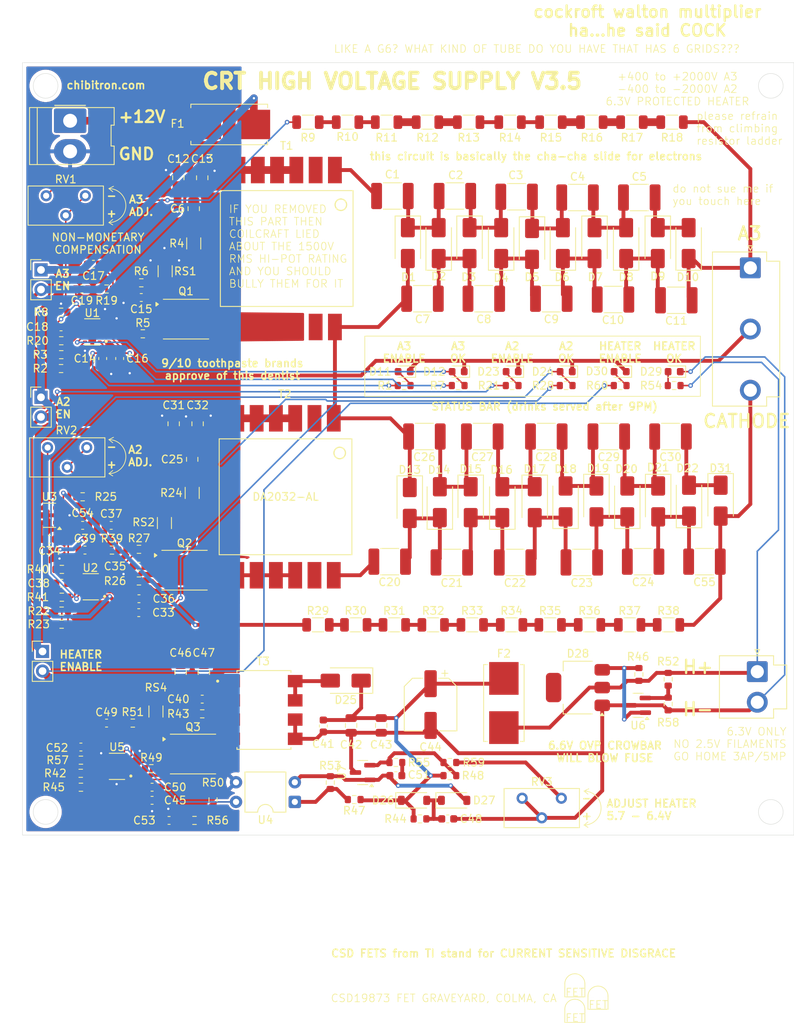
<source format=kicad_pcb>
(kicad_pcb (version 20241229) (generator "pcbnew") (generator_version "9.0")
  (layers (0 "F.Cu" signal) (2 "B.Cu" signal) (13 "F.Paste" user) (15 "B.Paste" user) (5 "F.SilkS" user "F.Silkscreen") (7 "B.SilkS" user "B.Silkscreen") (1 "F.Mask" user) (3 "B.Mask" user) (25 "Edge.Cuts" user))
  (net 0 "")
  (net 1 "/A2 Supply/+12V_IN")
  (net 2 "GND")
  (net 3 "+12V")
  (net 4 "Net-(U1-COMP)")
  (net 5 "AGND")
  (net 6 "Net-(U1-RT)")
  (net 7 "/A2 Supply/VCC")
  (net 8 "Net-(U1-SS)")
  (net 9 "/A2 Supply/CS_FILT")
  (net 10 "/Filament Supply/VCC_FIL")
  (net 11 "/Filament Supply/CS_FIL")
  (net 12 "/A3 Supply/+12V_IN")
  (net 13 "/A3 Supply/CS_FILT")
  (net 14 "AGND2")
  (net 15 "/A3 Supply/+PDA")
  (net 16 "Net-(J1-Pin_1)")
  (net 17 "/A2 Supply/PGOOD_HV")
  (net 19 "/A3 Supply/PGOOD_HV")
  (net 20 "/A2 Supply/CS")
  (net 21 "/A2 Supply/MOS_DRAIN")
  (net 22 "/Filament Supply/MOS_SOURCE_FIL")
  (net 23 "/Filament Supply/MOS_DRAIN_FIL")
  (net 24 "/A3 Supply/CS")
  (net 25 "/A3 Supply/MOS_DRAIN")
  (net 26 "/A2 Supply/UVLO")
  (net 27 "/A2 Supply/FB_HV")
  (net 28 "Net-(R16-Pad2)")
  (net 29 "/Filament Supply/UVLO")
  (net 30 "/A2 Supply/FB_HV_LADDER")
  (net 31 "/Filament Supply/COMP_FB_FIL")
  (net 32 "/A3 Supply/UVLO")
  (net 33 "/A3 Supply/FB_PDA")
  (net 34 "/Filament Supply/+12V_IN")
  (net 35 "/Filament Supply/CATHODE")
  (net 36 "/Filament Supply/FILAMENT")
  (net 37 "Net-(U5-SS)")
  (net 38 "Net-(Q3-G)")
  (net 39 "Net-(R13-Pad2)")
  (net 40 "Net-(R14-Pad2)")
  (net 41 "Net-(R17-Pad2)")
  (net 42 "AGND3")
  (net 43 "Net-(U6-REF)")
  (net 44 "Net-(U5-RT)")
  (net 45 "Net-(R15-Pad2)")
  (net 46 "Net-(Q1-G)")
  (net 47 "Net-(U1-GATE)")
  (net 48 "Net-(Q2-G)")
  (net 49 "Net-(R59-Pad2)")
  (net 50 "/A3 Supply/VCC")
  (net 51 "Net-(C6-Pad2)")
  (net 52 "Net-(C39-Pad1)")
  (net 53 "Net-(C40-Pad2)")
  (net 54 "Net-(D27-A)")
  (net 55 "Net-(C51-Pad2)")
  (net 56 "Net-(C53-Pad1)")
  (net 57 "Net-(D11-A)")
  (net 58 "Net-(D23-A)")
  (net 59 "Net-(D25-A)")
  (net 60 "Net-(D29-A)")
  (net 61 "Net-(R10-Pad1)")
  (net 62 "Net-(R10-Pad2)")
  (net 63 "Net-(R11-Pad2)")
  (net 64 "Net-(R12-Pad2)")
  (net 65 "Net-(R29-Pad2)")
  (net 66 "Net-(R30-Pad2)")
  (net 67 "Net-(R31-Pad2)")
  (net 68 "Net-(R32-Pad2)")
  (net 69 "Net-(R33-Pad2)")
  (net 70 "Net-(R34-Pad2)")
  (net 71 "Net-(R35-Pad2)")
  (net 72 "Net-(R36-Pad2)")
  (net 73 "Net-(R37-Pad2)")
  (net 74 "Net-(R47-Pad2)")
  (net 75 "Net-(U7-REF)")
  (net 76 "Net-(U5-GATE)")
  (net 81 "/A2 Supply/HV_SEC")
  (net 82 "/A3 Supply/PDA_SEC")
  (net 83 "Net-(D1-K)")
  (net 84 "Net-(D3-K)")
  (net 85 "Net-(D5-K)")
  (net 86 "Net-(D7-K)")
  (net 87 "Net-(D10-A)")
  (net 88 "Net-(D2-K)")
  (net 89 "Net-(D4-K)")
  (net 90 "Net-(D6-K)")
  (net 91 "Net-(D8-K)")
  (net 92 "Net-(C19-Pad1)")
  (net 93 "Net-(D13-A)")
  (net 94 "Net-(D15-A)")
  (net 95 "Net-(D17-A)")
  (net 96 "Net-(D19-A)")
  (net 97 "Net-(D21-A)")
  (net 98 "Net-(C25-Pad2)")
  (net 99 "Net-(D14-A)")
  (net 100 "Net-(D16-A)")
  (net 101 "Net-(D18-A)")
  (net 102 "Net-(D20-A)")
  (net 103 "/A2 Supply/-HV")
  (net 104 "Net-(U2-COMP)")
  (net 105 "Net-(U2-SS)")
  (net 106 "Net-(R9-Pad1)")
  (net 107 "Net-(R25-Pad2)")
  (net 108 "Net-(U2-GATE)")
  (net 109 "Net-(U2-RT)")
  (net 110 "Net-(D26-A)")
  (net 111 "Net-(D30-A)")
  (net 112 "Net-(D22-A)")
  (net 113 "/Filament Supply/TRIAC_GATE")
  (net 114 "/Filament Supply/UNFUSED_FILAMENT")
  (footprint "Resistor_SMD:R_0603_1608Metric" (layer "F.Cu") (at 124.7 145.4 -90)
    (property "Reference" "R50")
    (property "Value" "5k")
  )
  (footprint "Diode_SMD:D_SMA" (layer "F.Cu") (at 166.4 106.9 -90)
    (property "Reference" "D17")
    (property "Value" "D")
  )
  (footprint "Diode_SMD:D_SMA" (layer "F.Cu") (at 178.4 106.8 90)
    (property "Reference" "D20")
    (property "Value" "D")
  )
  (footprint "Resistor_SMD:R_1206_3216Metric" (layer "F.Cu") (at 147.2 57.7)
    (property "Reference" "R11")
    (property "Value" "1Meg")
  )
  (footprint "Resistor_SMD:R_0603_1608Metric" (layer "F.Cu") (at 107.55 142)
    (property "Reference" "R42")
    (property "Value" "50k")
  )
  (footprint "Resistor_SMD:R_0603_1608Metric" (layer "F.Cu") (at 122.3 148.1 180)
    (property "Reference" "R56")
    (property "Value" "1k")
  )
  (footprint "Capacitor_SMD:C_0805_2012Metric" (layer "F.Cu") (at 146.5 135.8 -90)
    (property "Reference" "C43")
    (property "Value" "10u")
  )
  (footprint "Connector_JST:JST_VH_B5P-VH-B_1x05_P3.96mm_Vertical" (layer "F.Cu") (at 194.35 76.5625 -90)
    (property "Reference" "J4" (hide yes))
    (property "Value" "HV OUT")
  )
  (footprint "YA9033-ALD:XFMR_YA9033-ALD" (layer "F.Cu") (at 131.3 133.8)
    (property "Reference" "T3")
    (property "Value" "YA9033-ALD")
  )
  (footprint "Resistor_SMD:R_1206_3216Metric" (layer "F.Cu") (at 163.2 57.7)
    (property "Reference" "R14")
    (property "Value" "1Meg")
  )
  (footprint "Resistor_SMD:R_0603_1608Metric" (layer "F.Cu") (at 105.1 119.2 180)
    (property "Reference" "R41")
    (property "Value" "220k")
  )
  (footprint "Diode_SMD:D_SMA" (layer "F.Cu") (at 186.4 106.7 90)
    (property "Reference" "D22")
    (property "Value" "D")
  )
  (footprint "Capacitor_SMD:C_1812_4532Metric" (layer "F.Cu") (at 152.1 98.4 180)
    (property "Reference" "C26")
    (property "Value" "100n")
  )
  (footprint "Resistor_SMD:R_0603_1608Metric" (layer "F.Cu") (at 114.3 135.5)
    (property "Reference" "R51")
    (property "Value" "20")
  )
  (footprint "Resistor_SMD:R_0603_1608Metric" (layer "F.Cu") (at 105.1 115.6 180)
    (property "Reference" "R40")
    (property "Value" "4.7k")
  )
  (footprint "Resistor_SMD:R_1206_3216Metric" (layer "F.Cu") (at 178.7 122.78)
    (property "Reference" "R37")
    (property "Value" "1Meg")
  )
  (footprint "Capacitor_SMD:C_0805_2012Metric" (layer "F.Cu") (at 123.51 128.95 90)
    (property "Reference" "C47")
    (property "Value" "10u")
  )
  (footprint "Resistor_SMD:R_0603_1608Metric" (layer "F.Cu") (at 177.475 91.8)
    (property "Reference" "R60")
    (property "Value" "3.9k")
  )
  (footprint "Resistor_SMD:R_0603_1608Metric" (layer "F.Cu") (at 155.4 140.6)
    (property "Reference" "R59")
    (property "Value" "21k")
  )
  (footprint "LED_SMD:LED_0603_1608Metric" (layer "F.Cu") (at 177.475 90 180)
    (property "Reference" "D30")
    (property "Value" "LED")
  )
  (footprint "Package_TO_SOT_SMD:SOT-23-5" (layer "F.Cu") (at 103.5 108.6 180)
    (property "Reference" "U3")
    (property "Value" "TLV237")
  )
  (footprint "Resistor_SMD:R_1206_3216Metric" (layer "F.Cu") (at 173.5 122.78)
    (property "Reference" "R36")
    (property "Value" "1Meg")
  )
  (footprint "Diode_SMD:D_SMA" (layer "F.Cu") (at 157.95 73.36 -90)
    (property "Reference" "D3")
    (property "Value" "D")
  )
  (footprint "Capacitor_SMD:CP_Elec_6.3x7.7" (layer "F.Cu") (at 152.9 133.1 -90)
    (property "Reference" "C44")
    (property "Value" "100u")
  )
  (footprint "Capacitor_SMD:C_0603_1608Metric" (layer "F.Cu") (at 103.5 111.7)
    (property "Reference" "C34")
    (property "Value" "100n")
  )
  (footprint "Resistor_SMD:R_0603_1608Metric" (layer "F.Cu") (at 170.475 91.8)
    (property "Reference" "R28")
    (property "Value" "2k")
  )
  (footprint "Resistor_SMD:R_0603_1608Metric" (layer "F.Cu") (at 107.575 140.3 180)
    (property "Reference" "R57")
    (property "Value" "50k")
  )
  (footprint "Resistor_SMD:R_0603_1608Metric" (layer "F.Cu") (at 183.7 133.025 -90)
    (property "Reference" "R58")
    (property "Value" "20k")
  )
  (footprint "Capacitor_SMD:C_0603_1608Metric" (layer "F.Cu") (at 109.2 76.1 180)
    (property "Reference" "C17")
    (property "Value" "220p")
  )
  (footprint "Capacitor_SMD:C_0603_1608Metric" (layer "F.Cu") (at 105 84.2 180)
    (property "Reference" "C18")
    (property "Value" "47n")
  )
  (footprint "LED_SMD:LED_0603_1608Metric" (layer "F.Cu") (at 156.475 90 180)
    (property "Reference" "D12")
    (property "Value" "LED")
  )
  (footprint "Diode_SMD:D_SMA" (layer "F.Cu") (at 182.4 106.8 -90)
    (property "Reference" "D21")
    (property "Value" "D")
  )
  (footprint "Package_TO_SOT_SMD:SOT-223" (layer "F.Cu") (at 172 130.9 180)
    (property "Reference" "D28")
    (property "Value" "Generic_Triac_A1A2G")
  )
  (footprint "Capacitor_SMD:C_1812_4532Metric" (layer "F.Cu") (at 155.65 114.7 180)
    (property "Reference" "C21")
    (property "Value" "100n")
  )
  (footprint "Resistor_SMD:R_0603_1608Metric" (layer "F.Cu") (at 115.4 78.5)
    (property "Reference" "R6")
    (property "Value" "20")
  )
  (footprint "Diode_SMD:D_SMA" (layer "F.Cu") (at 170.05 73.36 90)
    (property "Reference" "D6")
    (property "Value" "D")
  )
  (footprint "Capacitor_SMD:C_1812_4532Metric" (layer "F.Cu") (at 180.45 114.6 180)
    (property "Reference" "C24")
    (property "Value" "100n")
  )
  (footprint "Capacitor_SMD:C_1812_4532Metric" (layer "F.Cu") (at 176.55 80.66 180)
    (property "Reference" "C10")
    (property "Value" "100n")
  )
  (footprint "Capacitor_SMD:C_0603_1608Metric" (layer "F.Cu") (at 115.1 115.2 180)
    (property "Reference" "C35")
    (property "Value" "470p")
  )
  (footprint "Resistor_SMD:R_0603_1608Metric" (layer "F.Cu") (at 105 82.3)
    (property "Reference" "R8")
    (property "Value" "4.7k")
  )
  (footprint "Capacitor_SMD:C_1812_4532Metric" (layer "F.Cu") (at 163.85 114.7 180)
    (property "Reference" "C22")
    (property "Value" "100n")
  )
  (footprint "Diode_SMD:D_SOD-123" (layer "F.Cu") (at 150.75 145.5)
    (property "Reference" "D26")
    (property "Value" "D_Schottky")
  )
  (footprint "Capacitor_SMD:C_0603_1608Metric" (layer "F.Cu") (at 108.1 113.1 180)
    (property "Reference" "C39")
    (property "Value" "220n")
  )
  (footprint "Capacitor_SMD:C_0603_1608Metric" (layer "F.Cu") (at 110.4 88.3 -90)
    (property "Reference" "C14")
    (property "Value" "100n")
  )
  (footprint "NetTie:NetTie-2_SMD_Pad0.5mm" (layer "F.Cu") (at 108.4 115.7)
    (property "Reference" "NT2" (hide yes))
    (property "Value" "NetTie_2" (hide yes))
  )
  (footprint "Resistor_SMD:R_1206_3216Metric" (layer "F.Cu") (at 148.2 122.78)
    (property "Reference" "R31")
    (property "Value" "1Meg")
  )
  (footprint "Resistor_SMD:R_1206_3216Metric" (layer "F.Cu") (at 122.2 73.4 -90)
    (property "Reference" "R4")
    (property "Value" "100")
  )
  (footprint "Resistor_SMD:R_1206_3216Metric" (layer "F.Cu") (at 153.2375 122.78)
    (property "Reference" "R32")
    (property "Value" "1Meg")
  )
  (footprint "Resistor_SMD:R_0603_1608Metric" (layer "F.Cu") (at 111.6 113.1 180)
    (property "Reference" "R39")
    (property "Value" "2k")
  )
  (footprint "LM5155:IC_LM5155DSSR" (layer "F.Cu") (at 108.85 117.85 180)
    (property "Reference" "U2")
    (property "Value" "LM5155DSSR")
  )
  (footprint "LED_SMD:LED_0603_1608Metric" (layer "F.Cu") (at 149.475 90 180)
    (property "Reference" "D11")
    (property "Value" "LED")
  )
  (footprint "Diode_SMD:D_SMA" (layer "F.Cu") (at 170.4 106.8 90)
    (property "Reference" "D18")
    (property "Value" "D")
  )
  (footprint "Capacitor_SMD:C_0603_1608Metric" (layer "F.Cu") (at 110.9 135.5 180)
    (property "Reference" "C49")
    (property "Value" "470p")
  )
  (footprint "Diode_SMD:D_SMA" (layer "F.Cu") (at 174.4 106.8 -90)
    (property "Reference" "D19")
    (property "Value" "D")
  )
  (footprint "Capacitor_SMD:C_1812_4532Metric" (layer "F.Cu") (at 156.05 67.26 180)
    (property "Reference" "C2")
    (property "Value" "100n")
  )
  (footprint "Potentiometer_THT:Potentiometer_Bourns_3296Y_Vertical" (layer "F.Cu") (at 169.85 145.225)
    (property "Reference" "RV3")
    (property "Value" "4.7k")
  )
  (footprint "Resistor_SMD:R_1206_3216Metric" (layer "F.Cu") (at 157.8375 57.7)
    (property "Reference" "R13")
    (property "Value" "1Meg")
  )
  (footprint "Resistor_SMD:R_0603_1608Metric" (layer "F.Cu") (at 110.9 79.3 180)
    (property "Reference" "R19")
    (property "Value" "22k")
  )
  (footprint "Connector_PinHeader_2.54mm:PinHeader_1x02_P2.54mm_Vertical" (layer "F.Cu") (at 102.4 76.825)
    (property "Reference" "J3" (hide yes))
    (property "Value" "A3_EN")
  )
  (footprint "Capacitor_SMD:C_1812_4532Metric" (layer "F.Cu") (at 172.5 114.7 180)
    (property "Reference" "C23")
    (property "Value" "100n")
  )
  (footprint "Resistor_SMD:R_0603_1608Metric" (layer "F.Cu") (at 123.3 134.3)
    (property "Reference" "R43")
    (property "Value" "100")
  )
  (footprint "Capacitor_SMD:C_0805_2012Metric" (layer "F.Cu") (at 122 101.35 -90)
    (property "Reference" "C25")
    (property "Value" "220p")
  )
  (footprint "Capacitor_SMD:C_0603_1608Metric" (layer "F.Cu") (at 116.8 143.8)
    (property "Reference" "C50")
    (property "Value" "1u")
  )
  (footprint "Diode_SMD:D_SMA" (layer "F.Cu") (at 154.1 106.9 90)
    (property "Reference" "D14")
    (property "Value" "D")
  )
  (footprint "Resistor_SMD:R_0603_1608Metric" (layer "F.Cu") (at 105.075 121)
    (property "Reference" "R22")
    (property "Value" "50k")
  )
  (footprint "Package_DIP:DIP-4_W7.62mm" (layer "F.Cu") (at 135.3 145.7 180)
    (property "Reference" "U4")
    (property "Value" "PC817")
  )
  (footprint "Capacitor_SMD:C_0805_2012Metric" (layer "F.Cu") (at 120.2 64.9 90)
    (property "Reference" "C12")
    (property "Value" "10u")
  )
  (footprint "Resistor_SMD:R_0603_1608Metric" (layer "F.Cu") (at 115.1 113)
    (property "Reference" "R27")
    (property "Value" "20")
  )
  (footprint "Diode_SMD:D_SMA" (layer "F.Cu") (at 158.1 106.9 -90)
    (property "Reference" "D15")
    (property "Value" "D")
  )
  (footprint "Resistor_SMD:R_1206_3216Metric" (layer "F.Cu") (at 138.3 122.78)
    (property "Reference" "R29")
    (property "Value" "1Meg")
  )
  (footprint "Resistor_SMD:R_0603_1608Metric" (layer "F.Cu") (at 115.6 85.1)
    (property "Reference" "R5")
    (property "Value" "0")
  )
  (footprint "NetTie:NetTie-2_SMD_Pad0.5mm" (layer "F.Cu") (at 111.7 138.9)
    (property "Reference" "NT3" (hide yes))
    (property "Value" "NetTie_2" (hide yes))
  )
  (footprint "Capacitor_SMD:C_0603_1608Metric" (layer "F.Cu") (at 116.8 145.5)
    (property "Reference" "C45")
    (property "Value" "1u")
  )
  (footprint "Resistor_SMD:R_1206_3216Metric" (layer "F.Cu") (at 158.3 122.78)
    (property "Reference" "R33")
    (property "Value" "1Meg")
  )
  (footprint "Capacitor_SMD:C_0805_2012Metric" (layer "F.Cu") (at 142.6 135.8 -90)
    (property "Reference" "C42")
    (property "Value" "10u")
  )
  (footprint "Potentiometer_THT:Potentiometer_Bourns_3296Y_Vertical" (layer "F.Cu") (at 108.15 67.225)
    (property "Reference" "RV1")
    (property "Value" "20k")
  )
  (footprint "Capacitor_SMD:C_0603_1608Metric" (layer "F.Cu") (at 155.125 147.9)
    (property "Reference" "C48")
    (property "Value" "C")
  )
  (footprint "Connector_JST:JST_VH_B2P-VH-B_1x02_P3.96mm_Vertical" (layer "F.Cu") (at 195.25 128.84 -90)
    (property "Reference" "J6" (hide yes))
    (property "Value" "FILAMENT")
  )
  (footprint "Capacitor_SMD:C_0603_1608Metric" (layer "F.Cu") (at 119 148.1 180)
    (property "Reference" "C53")
    (property "Value" "220n")
  )
  (footprint "Capacitor_SMD:C_1812_4532Metric" (layer "F.Cu") (at 167.9 98.4 180)
    (property "Reference" "C28")
    (property "Value" "100n")
  )
  (footprint "Resistor_SMD:R_1206_3216Metric" (layer "F.Cu") (at 118.4 109.6 90)
    (property "Reference" "RS2")
    (property "Value" "0.02")
  )
  (footprint "Capacitor_SMD:C_1812_4532Metric" (layer "F.Cu") (at 151.85 80.56 180)
    (property "Reference" "C7")
    (property "Value" "100n")
  )
  (footprint "Resistor_SMD:R_1206_3216Metric" (layer "F.Cu") (at 118.495 77 90)
    (property "Reference" "RS1")
    (property "Value" "0.02")
  )
  (footprint "Capacitor_SMD:C_1812_4532Metric" (layer "F.Cu") (at 184.75 80.76 180)
    (property "Reference" "C11")
    (property "Value" "100n")
  )
  (footprint "Package_SO:PowerPAK_SO-8_Single" (layer "F.Cu") (at 121.2 83.2)
    (property "Reference" "Q1")
    (property "Value" "Si7450DP")
  )
  (footprint "Package_TO_SOT_SMD:SOT-23" (layer "F.Cu") (at 179.8 133.2 180)
    (property "Reference" "U6")
    (property "Value" "TL431DBZ")
  )
  (footprint "Diode_SMD:D_SMA" (layer "F.Cu") (at 150.2 107 -90)
    (property "Reference" "D13")
    (property "Value" "D")
  )
  (footprint "Capacitor_SMD:C_0805_2012Metric" (layer "F.Cu") (at 119.6 96.75 90)
    (property "Reference" "C31")
    (property "Value" "10u")
  )
  (footprint "DA2032-AL:DA2032-AL" (layer "F.Cu") (at 134.1 106.2 -90)
    (property "Reference" "T2")
    (property "Value" "DA2032-AL")
  )
  (footprint "Diode_SMD:D_SMA" (layer "F.Cu") (at 141.9 130 180)
    (property "Reference" "D25")
    (property "Value" "D_Schottky")
  )
  (footprint "Diode_SMD:D_SMA" (layer "F.Cu") (at 178.25 73.36 90)
    (property "Reference" "D8")
    (property "Value" "D")
  )
  (footprint "Capacitor_SMD:C_0603_1608Metric" (layer "F.Cu") (at 112.6 88.3 -90)
    (property "Reference" "C16")
    (property "Value" "1u")
  )
  (footprint "Resistor_SMD:R_0603_1608Metric" (layer "F.Cu") (at 105 89.6)
    (property "Reference" "R2")
    (property "Value" "50k")
  )
  (footprint "Connector_PinHeader_2.54mm:PinHeader_1x02_P2.54mm_Vertical" (layer "F.Cu") (at 102.6 126.225)
    (property "Reference" "J7" (hide yes))
    (property "Value" "FIL_EN")
  )
  (footprint "Diode_SMD:D_SMA" (layer "F.Cu") (at 166.05 73.46 -90)
    (property "Reference" "D5")
    (property "Value" "D")
  )
  (footprint "Resistor_SMD:R_1206_3216Metric" (layer "F.Cu") (at 168.5 57.7)
    (property "Reference" "R15")
    (property "Value" "1Meg")
  )
  (footprint "Capacitor_SMD:C_0603_1608Metric" (layer "F.Cu") (at 111.5 109.9 180)
    (property "Reference" "C37")
    (property "Value" "220p")
  )
  (footprint "Capacitor_SMD:C_0603_1608Metric" (layer "F.Cu") (at 107.7 79.3 180)
    (property "Reference" "C19")
    (property "Value" "22n")
  )
  (footprint "Resistor_SMD:R_1206_3216Metric" (layer "F.Cu") (at 168.4 122.78)
    (property "Reference" "R35")
    (property "Value" "1Meg")
  )
  (footprint "Package_SO:PowerPAK_SO-8_Single" (layer "F.Cu") (at 121.005 115.705)
    (property "Reference" "Q2")
    (property "Value" "Si7450DP")
  )
  (footprint "Diode_SMD:D_SMA" (layer "F.Cu") (at 182.35 73.36 -90)
    (property "Reference" "D9")
    (property "Value" "D")
  )
  (footprint "LM5155:IC_LM5155DSSR" (layer "F.Cu") (at 112.25 141.1 180)
    (property "Reference" "U5")
    (property "Value" "LM5155DSSR")
  )
  (footprint "Resistor_SMD:R_0603_1608Metric" (layer "F.Cu") (at 156.475 91.8)
    (property "Reference" "R7")
    (property "Value" "2k")
  )
  (footprint "Resistor_SMD:R_1206_3216Metric" (layer "F.Cu") (at 142.1375 57.7)
    (property "Reference" "R10")
    (property "Value" "1Meg")
  )
  (footprint "Resistor_SMD:R_0603_1608Metric" (layer "F.Cu") (at 151.525 147.9)
    (property "Reference" "R44")
    (property "Value" "R_US")
  )
  (footprint "Resistor_SMD:R_1206_3216Metric" (layer "F.Cu") (at 163.4 122.78)
    (property "Reference" "R34")
    (property "Value" "1Meg")
  )
  (footprint "Resistor_SMD:R_1206_3216Metric" (layer "F.Cu") (at 179 57.7)
    (property "Reference" "R17")
    (property "Value" "1Meg")
  )
  (footprint "Capacitor_SMD:C_1812_4532Metric" (layer "F.Cu") (at 179.95 67.46 180)
    (property "Reference" "C5")
    (property "Value" "100n")
  )
  (footprint "Package_SO:PowerPAK_SO-8_Single" (layer "F.Cu") (at 122.105 139.505)
    (property "Reference" "Q3")
    (property "Value" "Si7450DP")
  )
  (footprint "LED_SMD:LED_0603_1608Metric" (layer "F.Cu") (at 170.475 90 180)
    (property "Reference" "D24")
    (property "Value" "LED")
  )
  (footprint "Capacitor_SMD:C_1812_4532Metric" (layer "F.Cu") (at 147.95 67.26 180)
    (property "Reference" "C1")
    (property "Value" "100n")
  )
  (footprint "Capacitor_SMD:C_1812_4532Metric" (layer "F.Cu") (at 159.6 98.4 180)
    (property "Reference" "C27")
    (property "Value" "100n")
  )
  (footprint "DA2032-AL:DA2032-AL" (layer "F.Cu") (at 134.25 74.06 -90)
    (property "Reference" "T1")
    (property "Value" "DA2032-AL" (hide yes))
  )
  (footprint "Resistor_SMD:R_0603_1608Metric" (layer "F.Cu") (at 148.4 140.6 180)
    (property "Reference" "R55")
    (property "Value" "1k")
  )
  (footprint "Resistor_SMD:R_0603_1608Metric" (layer "F.Cu") (at 107.575 143.8 180)
    (property "Reference" "R45")
    (property "Value" "10k")
  )
  (footprint "Capacitor_SMD:C_0603_1608Metric" (layer "F.Cu") (at 139 135.875 -90)
    (property "Reference" "C41")
    (property "Value" "100n")
  )
  (footprint "Fuse:Fuseholder_Littelfuse_Nano2_154x" (layer "F.Cu") (at 162.4 132.9 -90)
    (property "Reference" "F2")
    (property "Value" "2A")
  )
  (footprint "Diode_SMD:D_SMA" (layer "F.Cu") (at 162.05 73.36 90)
    (property "Reference" "D4")
    (property "Value" "D")
  )
  (footprint "Capacitor_SMD:C_0603_1608Metric" (layer "F.Cu") (at 115.075 121.2)
    (property "Reference" "C33")
    (property "Value" "100n")
  )
  (footprint "Capacitor_SMD:C_1812_4532Metric" (layer "F.Cu") (at 164.05 67.36 180)
    (property "Reference" "C3")
    (property "Value" "100n")
  )
  (footprint "Capacitor_SMD:C_1812_4532Metric" (layer "F.Cu") (at 159.8 80.56 180)
    (property "Reference" "C8")
    (property "Value" "100n")
  )
  (footprint "Package_TO_SOT_SMD:SOT-23" (layer "F.Cu") (at 144.1 141.9 180)
    (property "Reference" "U7")
    (property "Value" "TL431DBZ")
  )
  (footprint "Capacitor_SMD:C_0805_2012Metric" (layer "F.Cu") (at 120.5 128.95 90)
    (property "Reference" "C46")
    (property "Value" "10u")
  )
  (footprint "Capacitor_SMD:C_0603_1608Metric" (layer "F.Cu") (at 105.1 117.4 180)
    (property "Reference" "C38")
    (property "Value" "47n")
  )
  (footprint "Capacitor_SMD:C_1812_4532Metric" (layer "F.Cu") (at 168.55 80.56 180)
    (property "Reference" "C9")
    (property "Value" "100n")
  )
  (footprint "Capacitor_SMD:C_1812_4532Metric" (layer "F.Cu") (at 147.6 114.6 180)
    (property "Reference" "C20")
    (property "Value" "100n")
  )
  (footprint "Resistor_SMD:R_0603_1608Metric" (layer "F.Cu") (at 105.025 86 180)
    (property "Reference" "R20")
    (property "Value" "220k")
  )
  (footprint "Resistor_SMD:R_0603_1608Metric" (layer "F.Cu") (at 183.7 129.825 -90)
    (property "Reference" "R52")
    (property "Value" "33k")
  )
  (footprint "Resistor_SMD:R_0603_1608Metric" (layer "F.Cu") (at 116.7 141.4)
    (property "Reference" "R49")
    (property "Value" "0")
  )
  (footprint "Potentiometer_THT:Potentiometer_Bourns_3296Y_Vertical" (layer "F.Cu") (at 108.34 99.825)
    (property "Reference" "RV2")
    (property "Value" "20k")
  )
  (footprint "Resistor_SMD:R_0603_1608Metric" (layer "F.Cu") (at 139.9 143.2 90)
    (property "Reference" "R53")
    (property "Value" "1k")
  )
  (footprint "Capacitor_SMD:C_0603_1608Metric" (layer "F.Cu") (at 123.3 132.4 180)
    (property "Reference" "C40")
    (property "Value" "220p")
  )
  (footprint "Connector_Molex:Molex_KK-396_5273-02A_1x02_P3.96mm_Vertical" (layer "F.Cu") (at 106.175 57.52 -90)
    (property "Reference" "J1" (hide yes))
    (property "Value" "Conn_01x02_Pin")
  )
  (footprint "Resistor_SMD:R_1206_3216Metric" (layer "F.Cu") (at 183.7375 122.78)
    (property "Reference" "R38")
    (property "Value" "1Meg")
  )
  (footprint "Resistor_SMD:R_0603_1608Metric" (layer "F.Cu") (at 115.1 117.1)
    (property "Reference" "R26")
    (property "Value" "0")
  )
  (footprint "Resistor_SMD:R_0603_1608Metric" (layer "F.Cu") (at 179.9 129.2 90)
    (property "Reference" "R46")
    (property "Value" "220")
  )
  (footprint "Resistor_SMD:R_1206_3216Metric" (layer "F.Cu") (at 137 57.7)
    (property "Reference" "R9")
    (property "Value" "1Meg")
  )
  (footprint "Resistor_SMD:R_0603_1608Metric" (layer "F.Cu") (at 184.475 91.8 180)
    (property "Reference" "R54")
    (property "Value" "2k")
  )
  (footprint "Capacitor_SMD:C_0805_2012Metric" (layer "F.Cu") (at 122.7 96.75 90)
    (property "Reference" "C32")
    (property "Value" "10u")
  )
  (footprint "Capacitor_SMD:C_0805_2012Metric" (layer "F.Cu") (at 122.2 68.9 -90)
    (property "Reference" "C6")
    (property "Value" "220p")
  )
  (footprint "Connector_PinHeader_2.54mm:PinHeader_1x02_P2.54mm_Vertical" (layer "F.Cu") (at 102.4 93.325)
    (property "Reference" "J5" (hide yes))
    (property "Value" "A2_EN")
  )
  (footprint "Capacitor_SMD:C_1812_4532Metric" (layer "F.Cu") (at 176 98.4 180)
    (property "Reference" "C29")
    (property "Value" "100n")
  )
  (footprint "Diode_SMD:D_SMA" (layer "F.Cu") (at 153.95 73.36 90)
    (property "Reference" "D2")
    (property "Value" "D")
  )
  (footprint "Capacitor_SMD:C_1812_4532Metric" (layer "F.Cu") (at 184 98.4 180)
    (property "Reference" "C30")
    (property "Value" "100n")
  )
  (footprint "LED_SMD:LED_0603_1608Metric" (layer "F.Cu") (at 163.475 90 180)
    (property "Reference" "D23")
    (property "Value" "LED")
  )
  (footprint "Diode_SMD:D_SMA" (layer "F.Cu") (at 162.2 106.9 90)
    (property "Reference" "D16")
    (property "Value" "D")
  )
  (footprint "Capacitor_SMD:C_0603_1608Metric" (layer "F.Cu") (at 115.4 80.4)
    (property "Reference" "C15")
    (property "Value" "470p")
  )
  (footprint "Capacitor_SMD:C_1812_4532Metric" (layer "F.Cu") (at 188.4 114.6 180)
    (property "Reference" "C55")
    (property "Value" "100n")
  )
  (footprint "Resistor_SMD:R_1206_3216Metric" (layer "F.Cu") (at 173.8 57.7)
    (property "Reference" "R16")
    (property "Value" "1Meg")
  )
  (footprint "Resistor_SMD:R_0603_1608Metric" (layer "F.Cu") (at 149.475 91.8)
    (property "Reference" "R1")
    (property "Value" "3.9k")
  )
  (footprint "Resistor_SMD:R_1206_3216Metric" (layer "F.Cu") (at 184.2 57.7)
    (property "Reference" "R18")
    (property "Value" "1Meg")
  )
  (footprint "Diode_SMD:D_SMA" (layer "F.Cu") (at 149.95 73.36 -90)
    (property "Reference" "D1")
    (property "Value" "D")
  )
  (footprint "Resistor_SMD:R_0603_1608Metric" (layer "F.Cu") (at 107.8 106.2 180)
    (property "Reference" "R25")
    (property "Value" "4.7k")
  )
  (footprint "Capacitor_SMD:C_0603_1608Metric" (layer "F.Cu") (at 107.575 138.6 180)
    (property "Reference" "C52")
    (property "Value" "47n")
  )
  (footprint "Diode_SMD:D_SMA" (layer "F.Cu") (at 186.35 73.36 90)
    (property "Reference" "D10")
    (property "Value" "D")
  )
  (footprint "Capacitor_SMD:C_0603_1608Metric" (layer "F.Cu") (at 107.8 109.9 180)
    (property "Reference" "C54")
    (property "Value" "20p")
  )
  (footprint "Capacitor_SMD:C_0603_1608Metric" (layer "F.Cu") (at 115.1 119.4)
    (property "Reference" "C36")
    (property "Value" "1u")
  )
  (footprint "Resistor_SMD:R_1206_3216Metric" (layer "F.Cu") (at 122 105.7 -90)
    (property "Reference" "R24")
    (property "Value" "100")
  )
  (footprint "Resistor_SMD:R_0603_1608Metric" (layer "F.Cu") (at 163.475 91.8)
    (property "Reference" "R21")
    (property "Value" "3.9k")
  )
  (footprint "Fuse:Fuseholder_Littelfuse_Nano2_154x" (layer "F.Cu") (at 126.8 58)
    (property "Reference" "F1")
    (property "Value" "Fuse")
  )
  (footprint "Resistor_SMD:R_0603_1608Metric" (layer "F.Cu") (at 105.075 122.7 180)
    (property "Reference" "R23")
    (property "Value" "10k")
  )
  (footprint "Resistor_SMD:R_1206_3216Metric" (layer "F.Cu") (at 152.5 57.7)
    (property "Reference" "R12")
    (property "Value" "1Meg")
  )
  (footprint "Resistor_SMD:R_1206_3216Metric" (layer "F.Cu") (at 117.3 134 90)
    (property "Reference" "RS4")
    (property "Value" "0.02")
  )
  (footprint "LM5155:IC_LM5155DSSR" (layer "F.Cu") (at 109.05 84.85 180)
    (property "Reference" "U1")
    (property "Value" "LM5155DSSR")
  )
  (footprint "Resistor_SMD:R_0603_1608Metric" (layer "F.Cu") (at 143 145.4 180)
    (property "Reference" "R47")
    (property "Value" "1k")
  )
  (footprint "Resistor_SMD:R_0603_1608Metric" (layer "F.Cu") (at 105.025 87.8 180)
    (property "Reference" "R3")
    (property "Value" "10k")
  )
  (footprint "Diode_SMD:D_SMA" (layer "F.Cu") (at 174.15 73.36 -90)
    (property "Reference" "D7")
    (property "Value" "D")
  )
  (footprint "LED_SMD:LED_0603_1608Metric" (layer "F.Cu") (at 184.475 90 180)
    (property "Reference" "D29")
    (property "Value" "LED")
  )
  (footprint "NetTie:NetTie-2_SMD_Pad0.5mm" (layer "F.Cu") (at 109 82.7)
    (property "Reference" "NT1" (hide yes))
    (property "Value" "NetTie_2" (hide yes))
  )
  (footprint "Diode_SMD:D_SOD-123" (layer "F.Cu") (at 155.95 145.5)
    (property "Reference" "D27")
    (property "Value" "D_Schottky")
  )
  (footprint "Resistor_SMD:R_0603_1608Metric" (layer "F.Cu") (at 155.4 142.3)
    (property "Reference" "R48")
    (property "Value" "33k")
  )
  (footprint "Diode_SMD:D_SMA" (layer "F.Cu") (at 190.5 106.7 -90)
    (property "Reference" "D31")
    (property "Value" "D")
  )
  (footprint "Capacitor_SMD:C_1812_4532Metric" (layer "F.Cu") (at 171.95 67.46 180)
    (property "Reference" "C4")
    (property "Value" "100n")
  )
  (footprint "Capacitor_SMD:C_0603_1608Metric" (layer "F.Cu") (at 148.4 142.3)
    (property "Reference" "C51")
    (property "Value" "220n")
  )
  (footprint "Capacitor_SMD:C_0805_2012Metric" (layer "F.Cu") (at 123.3 64.9 90)
    (property "Reference" "C13")
    (property "Value" "10u")
  )
  (footprint "Resistor_SMD:R_1206_3216Metric" (layer "F.Cu") (at 143.2 122.78)
    (property "Reference" "R30")
    (property "Value" "1Meg")
  )
  (gr_arc (start 172.8 144.3) (mid 175 146.5) (end 172.8 148.7) (stroke (width 0.1)) (layer "F.SilkS"))
  (gr_line (start 173.3 172.55) (end 175.9 172.55) (stroke (width 0.1)) (layer "F.SilkS"))
  (gr_line (start 173.3 170.85) (end 173.3 172.55) (stroke (width 0.1)) (layer "F.SilkS"))
  (gr_line (start 111.199999 66.300001) (end 111.7 66.7) (stroke (width 0.1)) (layer "F.SilkS"))
  (gr_arc (start 170.3 169.25) (mid 171.6 167.95) (end 172.9 169.25) (stroke (width 0.1)) (layer "F.SilkS"))
  (gr_line (start 172.8 144.3) (end 173.4 144) (stroke (width 0.1)) (layer "F.SilkS"))
  (gr_line (start 172.8 148.7) (end 173.3 148.3) (stroke (width 0.1)) (layer "F.SilkS"))
  (gr_line (start 111.2 66.3) (end 111.8 66) (stroke (width 0.1)) (layer "F.SilkS"))
  (gr_line (start 111.2 103.2) (end 111.7 103.5) (stroke (width 0.1)) (layer "F.SilkS"))
  (gr_line (start 170.3 169.25) (end 170.3 170.95) (stroke (width 0.1)) (layer "F.SilkS"))
  (gr_line (start 172.799999 144.300001) (end 173.3 144.7) (stroke (width 0.1)) (layer "F.SilkS"))
  (gr_line (start 111.2 70.7) (end 111.7 71) (stroke (width 0.1)) (layer "F.SilkS"))
  (gr_arc (start 173.3 170.85) (mid 174.6 169.55) (end 175.9 170.85) (stroke (width 0.1)) (layer "F.SilkS"))
  (gr_line (start 170.3 172.55) (end 170.3 174.25) (stroke (width 0.1)) (layer "F.SilkS"))
  (gr_line (start 111.2 70.7) (end 111.7 70.3) (stroke (width 0.1)) (layer "F.SilkS"))
  (gr_line (start 111.199999 98.800001) (end 111.7 99.2) (stroke (width 0.1)) (layer "F.SilkS"))
  (gr_line (start 175.9 172.55) (end 175.9 170.85) (stroke (width 0.1)) (layer "F.SilkS"))
  (gr_rect (start 144.375 85.4) (end 187.875 93.2) (stroke (width 0.1)) (fill no) (layer "F.SilkS"))
  (gr_line (start 172.9 174.25) (end 172.9 172.55) (stroke (width 0.1)) (layer "F.SilkS"))
  (gr_line (start 111.2 103.2) (end 111.7 102.8) (stroke (width 0.1)) (layer "F.SilkS"))
  (gr_arc (start 111.2 98.8) (mid 113.4 101) (end 111.2 103.2) (stroke (width 0.1)) (layer "F.SilkS"))
  (gr_arc (start 170.3 172.55) (mid 171.6 171.25) (end 172.9 172.55) (stroke (width 0.1)) (layer "F.SilkS"))
  (gr_line (start 111.2 98.8) (end 111.8 98.5) (stroke (width 0.1)) (layer "F.SilkS"))
  (gr_line (start 170.3 170.95) (end 172.9 170.95) (stroke (width 0.1)) (layer "F.SilkS"))
  (gr_arc (start 111.2 66.3) (mid 113.4 68.5) (end 111.2 70.7) (stroke (width 0.1)) (layer "F.SilkS"))
  (gr_line (start 172.8 148.7) (end 173.3 149) (stroke (width 0.1)) (layer "F.SilkS"))
  (gr_line (start 172.9 170.95) (end 172.9 169.25) (stroke (width 0.1)) (layer "F.SilkS"))
  (gr_line (start 170.3 174.25) (end 172.9 174.25) (stroke (width 0.1)) (layer "F.SilkS"))
  (gr_circle (center 197 53) (end 198.6 53) (stroke (width 0.05)) (fill no) (layer "Edge.Cuts"))
  (gr_circle (center 197 147) (end 198.6 147) (stroke (width 0.05)) (fill no) (layer "Edge.Cuts"))
  (gr_rect (start 100 50) (end 200 150) (stroke (width 0.05)) (fill no) (layer "Edge.Cuts"))
  (gr_circle (center 103 147) (end 104.6 147) (stroke (width 0.05)) (fill no) (layer "Edge.Cuts"))
  (gr_circle (center 103 53) (end 104.6 53) (stroke (width 0.05)) (fill no) (layer "Edge.Cuts"))
  (gr_text "chibitron.com" (at 105.6 53.5 0) (layer "F.SilkS") (effects (font (size 1 1) (thickness 0.2) (bold yes)) (justify left bottom)))
  (gr_text "9/10 toothpaste brands\napprove of this dentist" (at 127.2 91.1 0) (layer "F.SilkS") (effects (font (size 1 1) (thickness 0.2) (bold yes)) (justify bottom)))
  (gr_text "A3\n" (at 196 73.1 0) (layer "F.SilkS") (effects (font (size 1.7 1.7) (thickness 0.3) (bold yes)) (justify right bottom)))
  (gr_text "A3\nOK" (at 156.475 87.5 0) (layer "F.SilkS") (effects (font (size 1 1) (thickness 0.2) (bold yes))))
  (gr_text "A3\nEN" (at 105.2 79.5 0) (layer "F.SilkS") (effects (font (size 1 1) (thickness 0.2) (bold yes)) (justify bottom)))
  (gr_text "LIKE A G6? WHAT KIND OF TUBE DO YOU HAVE THAT HAS 6 GRIDS???" (at 140.3 48.8 0) (layer "F.SilkS") (effects (font (size 1 1) (thickness 0.1)) (justify left bottom)))
  (gr_text "A3\nADJ." (at 113.7 69.9 0) (layer "F.SilkS") (effects (font (size 1 1) (thickness 0.2) (bold yes)) (justify left bottom)))
  (gr_text "A2\nENABLE" (at 163.475 87.5 0) (layer "F.SilkS") (effects (font (size 1 1) (thickness 0.2) (bold yes))))
  (gr_text "-\n" (at 172.4 145.8 0) (layer "F.SilkS") (effects (font (size 1 1) (thickness 0.2) (bold yes)) (justify left bottom)))
  (gr_text "HEATER\nENABLE" (at 177.475 87.5 0) (layer "F.SilkS") (effects (font (size 1 1) (thickness 0.2) (bold yes))))
  (gr_text "A2\nOK" (at 170.475 87.5 0) (layer "F.SilkS") (effects (font (size 1 1) (thickness 0.2) (bold yes))))
  (gr_text "CATHODE" (at 199.7 97.4 0) (layer "F.SilkS") (effects (font (size 1.7 1.7) (thickness 0.3) (bold yes)) (justify right bottom)))
  (gr_text "HEATER\nENABLE" (at 104.7 128.8 0) (layer "F.SilkS") (effects (font (size 1 1) (thickness 0.2) (bold yes)) (justify left bottom)))
  (gr_text "+" (at 110.8 102.6 0) (layer "F.SilkS") (effects (font (size 1 1) (thickness 0.2) (bold yes)) (justify left bottom)))
  (gr_text "FET" (at 170.3 170.95 0) (layer "F.SilkS") (effects (font (size 1 1) (thickness 0.1)) (justify left bottom)))
  (gr_text "6.3V ONLY\nNO 2.5V FILAMENTS\nGO HOME 3AP/5MP" (at 199.1 140.4 0) (layer "F.SilkS") (effects (font (size 1 1) (thickness 0.1)) (justify right bottom)))
  (gr_text "cockroft walton multiplier\nha...he said COCK" (at 181 46.7 0) (layer "F.SilkS") (effects (font (size 1.5 1.5) (thickness 0.3) (bold yes)) (justify bottom)))
  (gr_text "A3\nENABLE" (at 149.475 87.5 0) (layer "F.SilkS") (effects (font (size 1 1) (thickness 0.2) (bold yes))))
  (gr_text "ADJUST HEATER\n5.7 - 6.4V" (at 175.6 148.1 0) (layer "F.SilkS") (effects (font (size 1 1) (thickness 0.2) (bold yes)) (justify left bottom)))
  (gr_text "A2\nADJ." (at 113.6 102.3 0) (layer "F.SilkS") (effects (font (size 1 1) (thickness 0.2) (bold yes)) (justify left bottom)))
  (gr_text "6.6V OVP CROWBAR\nWILL BLOW FUSE\n" (at 175.5 140.6 0) (layer "F.SilkS") (effects (font (size 1 1) (thickness 0.2) (bold yes)) (justify bottom)))
  (gr_text "IF YOU REMOVED\nTHIS PART THEN\nCOILCRAFT LIED\nABOUT THE 1500V\nRMS HI-POT RATING\nAND YOU SHOULD\nBULLY THEM FOR IT" (at 126.7 79.2 0) (layer "F.SilkS") (effects (font (size 1 1) (thickness 0.1)) (justify left bottom)))
  (gr_text "H+\n\nH-" (at 189.7 134.7 0) (layer "F.SilkS") (effects (font (size 1.7 1.7) (thickness 0.3) (bold yes)) (justify right bottom)))
  (gr_text "NON-MONETARY\nCOMPENSATION" (at 109.8 74.8 0) (layer "F.SilkS") (effects (font (size 1 1)) (justify bottom)))
  (gr_text "CSD19873 FET GRAVEYARD, COLMA, CA" (at 139.9 171.7 0) (layer "F.SilkS") (effects (font (size 1 1) (thickness 0.1)) (justify left bottom)))
  (gr_text "+12V\n\nGND" (at 112.3 62.7 0) (layer "F.SilkS") (effects (font (size 1.5 1.5) (thickness 0.3) (bold yes)) (justify left bottom)))
  (gr_text "A2\nEN" (at 105.3 96.1 0) (layer "F.SilkS") (effects (font (size 1 1) (thickness 0.2) (bold yes)) (justify bottom)))
  (gr_text "+" (at 172.4 148.1 0) (layer "F.SilkS") (effects (font (size 1 1) (thickness 0.2) (bold yes)) (justify left bottom)))
  (gr_text "-\n" (at 110.8 100.3 0) (layer "F.SilkS") (effects (font (size 1 1) (thickness 0.2) (bold yes)) (justify left bottom)))
  (gr_text "-\n" (at 110.8 67.8 0) (layer "F.SilkS") (effects (font (size 1 1) (thickness 0.2) (bold yes)) (justify left bottom)))
  (gr_text "please refrain\nfrom climbing\nresistor ladder" (at 187.3 60.7 0) (layer "F.SilkS") (effects (font (size 1 1) (thickness 0.1)) (justify left bottom)))
  (gr_text "STATUS BAR (drinks served after 9PM)" (at 152.9 95.1 0) (layer "F.SilkS") (effects (font (size 1 1) (thickness 0.2) (bold yes)) (justify left bottom)))
  (gr_text "+400 to +2000V A3\n-400 to -2000V A2\n6.3V PROTECTED HEATER" (at 184.9 55.6 0) (layer "F.SilkS") (effects (font (size 1 1) (thickness 0.1)) (justify bottom)))
  (gr_text "this circuit is basically the cha-cha slide for electrons" (at 144.9 62.7 0) (layer "F.SilkS") (effects (font (size 1 1) (thickness 0.2) (bold yes)) (justify left bottom)))
  (gr_text "FET" (at 170.3 174.25 0) (layer "F.SilkS") (effects (font (size 1 1) (thickness 0.1)) (justify left bottom)))
  (gr_text "+" (at 110.8 70.1 0) (layer "F.SilkS") (effects (font (size 1 1) (thickness 0.2) (bold yes)) (justify left bottom)))
  (gr_text "CRT HIGH VOLTAGE SUPPLY V3.5\n\n" (at 147.927064 56.79 0) (layer "F.SilkS") (effects (font (size 2 2) (thickness 0.5) (bold yes)) (justify bottom)))
  (gr_text "CSD FETS from TI stand for CURRENT SENSITIVE DISGRACE" (at 139.9 165.9 0) (layer "F.SilkS") (effects (font (size 1 1) (thickness 0.2) (bold yes)) (justify left bottom)))
  (gr_text "do not sue me if\nyou touch here" (at 184.2 68.5 0) (layer "F.SilkS") (effects (font (size 1 1) (thickness 0.1)) (justify left bottom)))
  (gr_text "HEATER\nOK" (at 184.475 87.5 0) (layer "F.SilkS") (effects (font (size 1 1) (thickness 0.2) (bold yes))))
  (gr_text "FET" (at 173.3 172.55 0) (layer "F.SilkS") (effects (font (size 1 1) (thickness 0.1)) (justify left bottom)))
  (segment (start 101.1 97.165) (end 102.4 95.865) (width 0.5) (layer "F.Cu") (net 1))
  (segment (start 102.7 121) (end 101.1 119.4) (width 0.5) (layer "F.Cu") (net 1))
  (segment (start 120.9 97.8) (end 106.5 97.8) (width 1) (layer "F.Cu") (net 1))
  (segment (start 104.25 121) (end 103.3 121) (width 0.5) (layer "F.Cu") (net 1))
  (segment (start 101.1 119.4) (end 101.1 97.165) (width 0.5) (layer "F.Cu") (net 1))
  (segment (start 122.7 97.7) (end 124.7 97.7) (width 1) (layer "F.Cu") (net 1))
  (segment (start 162.65 91.8) (end 160.9 91.8) (width 0.2) (layer "F.Cu") (net 1))
  (segment (start 111.3 119.1) (end 113.4 121.2) (width 0.5) (layer "F.Cu") (net 1))
  (segment (start 135.35 96.04) (end 127.85 96.04) (width 1) (layer "F.Cu") (net 1))
  (segment (start 104.565 95.865) (end 102.4 95.865) (width 1) (layer "F.Cu") (net 1))
  (segment (start 104.5 92.6) (end 104.5 93.765) (width 0.2) (layer "F.Cu") (net 1))
  (segment (start 103.3 121) (end 102.7 121) (width 0.5) (layer "F.Cu") (net 1))
  (segment (start 121 97.7) (end 120.9 97.8) (width 1) (layer "F.Cu") (net 1))
  (segment (start 121 97.7) (end 122.7 97.7) (width 1) (layer "F.Cu") (net 1))
  (segment (start 106.5 97.8) (end 104.565 95.865) (width 1) (layer "F.Cu") (net 1))
  (segment (start 119.6 97.7) (end 121 97.7) (width 1) (layer "F.Cu") (net 1))
  (segment (start 124.7 97.7) (end 126.36 96.04) (width 1) (layer "F.Cu") (net 1))
  (segment (start 126.36 96.04) (end 127.85 96.04) (width 1) (layer "F.Cu") (net 1))
  (segment (start 109.8 119.1) (end 111.3 119.1) (width 0.5) (layer "F.Cu") (net 1))
  (segment (start 122 98.4) (end 122.7 97.7) (width 1) (layer "F.Cu") (net 1))
  (segment (start 113.4 121.2) (end 114.3 121.2) (width 0.5) (layer "F.Cu") (net 1))
  (segment (start 104.5 93.765) (end 102.4 95.865) (width 0.2) (layer "F.Cu") (net 1))
  (segment (start 122 100.4) (end 122 98.4) (width 1) (layer "F.Cu") (net 1))
  (via (at 160.9 91.8) (size 0.6) (drill 0.3) (layers "F.Cu" "B.Cu") (net 1))
  (via (at 111.3 119.1) (size 0.6) (drill 0.3) (layers "F.Cu" "B.Cu") (net 1))
  (via (at 104.5 92.6) (size 0.6) (drill 0.3) (layers "F.Cu" "B.Cu") (net 1))
  (via (at 103.3 121) (size 0.6) (drill 0.3) (layers "F.Cu" "B.Cu") (net 1))
  (segment (start 104 121.7) (end 108.7 121.7) (width 0.5) (layer "B.Cu") (net 1))
  (segment (start 108.7 121.7) (end 111.3 119.1) (width 0.5) (layer "B.Cu") (net 1))
  (segment (start 152.3 92.6) (end 145.5 92.6) (width 0.2) (layer "B.Cu") (net 1))
  (segment (start 160.9 91.8) (end 160.1 92.6) (width 0.2) (layer "B.Cu") (net 1))
  (segment (start 160.1 92.6) (end 152.3 92.6) (width 0.2) (layer "B.Cu") (net 1))
  (segment (start 105.665 92.6) (end 104.5 92.6) (width 0.2) (layer "B.Cu") (net 1))
  (segment (start 131.8 92.6) (end 131.6 92.6) (width 0.2) (layer "B.Cu") (net 1))
  (segment (start 103.3 121) (end 104 121.7) (width 0.5) (layer "B.Cu") (net 1))
  (segment (start 131.8 92.6) (end 105.665 92.6) (width 0.2) (layer "B.Cu") (net 1))
  (segment (start 145.5 92.6) (end 131.8 92.6) (width 0.2) (layer "B.Cu") (net 1))
  (segment (start 149.95 75.36) (end 149.95 80.41) (width 0.5) (layer "F.Cu") (net 2))
  (segment (start 108.9 117.8) (end 108.85 117.85) (width 0.2) (layer "F.Cu") (net 2))
  (segment (start 110 84.6) (end 109.3 84.6) (width 0.2) (layer "F.Cu") (net 2))
  (segment (start 150.05 98.4) (end 147.69 96.04) (width 0.5) (layer "F.Cu") (net 2))
  (segment (start 113.2 140.85) (end 112.5 140.85) (width 0.2) (layer "F.Cu") (net 2))
  (segment (start 145.8 88.6) (end 143.9 90.5) (width 0.5) (layer "F.Cu") (net 2))
  (segment (start 150.2 98.55) (end 150.05 98.4) (width 0.5) (layer "F.Cu") (net 2))
  (segment (start 140.5 95.89) (end 140.35 96.04) (width 0.5) (layer "F.Cu") (net 2))
  (segment (start 147.69 96.04) (end 140.35 96.04) (width 0.5) (layer "F.Cu") (net 2))
  (segment (start 150.2 105) (end 150.2 98.55) (width 0.5) (layer "F.Cu") (net 2))
  (segment (start 164.2625 88.6375) (end 164.3 88.6) (width 0.5) (layer "F.Cu") (net 2))
  (segment (start 112.5 140.85) (end 112.25 141.1) (width 0.2) (layer "F.Cu") (net 2))
  (segment (start 149.8 80.56) (end 146.14 84.22) (width 0.5) (layer "F.Cu") (net 2))
  (segment (start 114.325 115.2) (end 114.1 115.2) (width 0.5) (layer "F.Cu") (net 2))
  (segment (start 104.175 82.3) (end 103.112471 83.362529) (width 0.5) (layer "F.Cu") (net 2))
  (segment (start 176.8625 88.6) (end 190.2325 88.6) (width 0.5) (layer "F.Cu") (net 2))
  (segment (start 140.5 90.5) (end 127.6 90.5) (width 0.5) (layer "F.Cu") (net 2))
  (segment (start 109.1 117.6) (end 108.85 117.85) (width 0.2) (layer "F.Cu") (net 2))
  (segment (start 150.2625 89.6375) (end 151.3 88.6) (width 0.5) (layer "F.Cu") (net 2))
  (segment (start 140.5 90.5) (end 140.5 95.89) (width 0.5) (layer "F.Cu") (net 2))
  (segment (start 171.2625 88.6375) (end 171.3 88.6) (width 0.5) (layer "F.Cu") (net 2))
  (segment (start 114.1 115.2) (end 113.1 116.2) (width 0.5) (layer "F.Cu") (net 2))
  (segment (start 150.2625 90) (end 150.2625 89.6375) (width 0.5) (layer "F.Cu") (net 2))
  (segment (start 151.3 88.6) (end 151.5 88.6) (width 0.5) (layer "F.Cu") (net 2))
  (segment (start 149.95 80.41) (end 149.8 80.56) (width 0.5) (layer "F.Cu") (net 2))
  (segment (start 146.14 84.22) (end 140.5 84.22) (width 0.5) (layer "F.Cu") (net 2))
  (segment (start 176.8625 88.6) (end 178.2625 90) (width 0.5) (layer "F.Cu") (net 2))
  (segment (start 171.2625 90) (end 171.2625 88.6375) (width 0.5) (layer "F.Cu") (net 2))
  (segment (start 103.112471 86.712471) (end 104.2 87.8) (width 0.5) (layer "F.Cu") (net 2))
  (segment (start 112.25 141.1) (end 112.25 138.95) (width 0.5) (layer "F.Cu") (net 2))
  (segment (start 112.25 138.95) (end 112.2 138.9) (width 0.5) (layer "F.Cu") (net 2))
  (segment (start 164.2625 90) (end 164.2625 88.6375) (width 0.5) (layer "F.Cu") (net 2))
  (segment (start 111.3 140.35) (end 111.5 140.35) (width 0.2) (layer "F.Cu") (net 2))
  (segment (start 140.45 95.94) (end 140.35 96.04) (width 1) (layer "F.Cu") (net 2))
  (segment (start 171.3 88.6) (end 176.8625 88.6) (width 0.5) (layer "F.Cu") (net 2))
  (segment (start 157.2625 90) (end 157.2625 88.7625) (width 0.5) (layer "F.Cu") (net 2))
  (segment (start 109.3 84.6) (end 109.05 84.85) (width 0.2) (layer "F.Cu") (net 2))
  (segment (start 108.9 115.7) (end 108.9 117.8) (width 0.2) (layer "F.Cu") (net 2))
  (segment (start 164.3 88.6) (end 171.3 88.6) (width 0.5) (layer "F.Cu") (net 2))
  (segment (start 106.75 143.8) (end 106.9 143.8) (width 0.2) (layer "F.Cu") (net 2))
  (segment (start 143.9 90.5) (end 140.5 90.5) (width 0.5) (layer "F.Cu") (net 2))
  (segment (start 103.112471 83.362529) (end 103.112471 86.712471) (width 0.5) (layer "F.Cu") (net 2))
  (segment (start 104.175 82.3) (end 104.175 82.025) (width 0.5) (layer "F.Cu") (net 2))
  (segment (start 151.5 88.6) (end 145.8 88.6) (width 0.5) (layer "F.Cu") (net 2))
  (segment (start 190.2325 88.6) (end 194.35 84.4825) (width 0.5) (layer "F.Cu") (net 2))
  (segment (start 111.5 140.35) (end 112.25 141.1) (width 0.2) (layer "F.Cu") (net 2))
  (segment (start 157.1 88.6) (end 164.3 88.6) (width 0.5) (layer "F.Cu") (net 2))
  (segment (start 109.8 117.6) (end 109.1 117.6) (width 0.2) (layer "F.Cu") (net 2))
  (segment (start 151.5 88.6) (end 157.1 88.6) (width 0.5) (layer "F.Cu") (net 2))
  (segment (start 157.2625 88.7625) (end 157.1 88.6) (width 0.5) (layer "F.Cu") (net 2))
  (segment (start 140.5 84.22) (end 140.5 90.5) (width 0.5) (layer "F.Cu") (net 2))
  (segment (start 106.9 143.8) (end 107.7 144.6) (width 0.2) (layer "F.Cu") (net 2))
  (segment (start 104.175 82.025) (end 105 81.2) (width 0.5) (layer "F.Cu") (net 2))
  (via (at 111.5 90.3) (size 0.6) (drill 0.3) (layers "F.Cu" "B.Cu") (net 2))
  (via (at 113.9 90.2) (size 0.6) (drill 0.3) (layers "F.Cu" "B.Cu") (net 2))
  (via (at 124 62.3) (size 0.6) (drill 0.3) (layers "F.Cu" "B.Cu") (net 2))
  (via (at 120 62.1) (size 0.6) (drill 0.3) (layers "F.Cu" "B.Cu") (net 2))
  (via (at 116.6 75.6) (size 0.6) (drill 0.3) (layers "F.Cu" "B.Cu") (net 2))
  (via (at 104.8 114.2) (size 0.6) (drill 0.3) (layers "F.Cu" "B.Cu") (net 2))
  (via (at 112.2 143.4) (size 0.6) (drill 0.3) (layers "F.Cu" "B.Cu") (net 2))
  (via (at 106.1 108.6) (size 0.6) (drill 0.3) (layers "F.Cu" "B.Cu") (net 2))
  (via (at 118.6 63.9) (size 0.6) (drill 0.3) (layers "F.Cu" "B.Cu") (net 2))
  (via (at 120.3 75.6) (size 0.6) (drill 0.3) (layers "F.Cu" "B.Cu") (net 2))
  (via (at 110.7 81.9) (size 0.6) (drill 0.3) (layers "F.Cu" "B.Cu") (net 2))
  (via (at 112.2 83.1) (size 0.6) (drill 0.3) (layers "F.Cu" "B.Cu") (net 2))
  (via (at 110.2 139.4) (size 0.6) (drill 0.3) (layers "F.Cu" "B.Cu") (net 2))
  (via (at 124.9 64) (size 0.6) (drill 0.3) (layers "F.Cu" "B.Cu") (net 2))
  (via (at 121.2 95.8) (size 0.6) (drill 0.3) (layers "F.Cu" "B.Cu") (net 2))
  (via (at 108.1 87.3) (size 0.6) (drill 0.3) (layers "F.Cu" "B.Cu") (net 2))
  (via (at 113.1 116.2) (size 0.6) (drill 0.3) (layers "F.Cu" "B.Cu") (net 2))
  (via (at 115.2 139.1) (size 0.6) (drill 0.3) (layers "F.Cu" "B.Cu") (net 2))
  (via (at 105 81.2) (size 0.6) (drill 0.3) (layers "F.Cu" "B.Cu") (net 2))
  (via (at 118.4 74) (size 0.6) (drill 0.3) (layers "F.Cu" "B.Cu") (net 2))
  (via (at 116.8 146.9) (size 0.6) (drill 0.3) (layers "F.Cu" "B.Cu") (net 2))
  (via (at 118.9 146.6) (size 0.6) (drill 0.3) (layers "F.Cu" "B.Cu") (net 2))
  (via (at 124.4 95.7) (size 0.6) (drill 0.3) (layers "F.Cu" "B.Cu") (net 2))
  (via (at 113.1 81.1) (size 0.6) (drill 0.3) (layers "F.Cu" "B.Cu") (net 2))
  (via (at 118.1 95.7) (size 0.6) (drill 0.3) (layers "F.Cu" "B.Cu") (net 2))
  (segment (start 104.809 77.409) (end 104.809 79.891) (width 1) (layer "F.Cu") (net 3))
  (segment (start 129.985 58) (end 129.985 54.615) (width 1) (layer "F.Cu") (net 3))
  (segment (start 104.809 79.891) (end 102.5 82.2) (width 1) (layer "F.Cu") (net 3))
  (segment (start 104.225 76.825) (end 104.809 77.409) (width 1) (layer "F.Cu") (net 3))
  (segment (start 102.4 76.825) (end 104.225 76.825) (width 1) (layer "F.Cu") (net 3))
  (segment (start 102.5 82.2) (end 102.4 82.2) (width 1) (layer "F.Cu") (net 3))
  (segment (start 129.985 54.615) (end 130 54.6) (width 1) (layer "F.Cu") (net 3))
  (via (at 130 54.6) (size 0.6) (drill 0.3) (layers "F.Cu" "B.Cu") (net 3))
  (via (at 102.4 82.2) (size 0.6) (drill 0.3) (layers "F.Cu" "B.Cu") (net 3))
  (segment (start 101.9 125.525) (end 102.6 126.225) (width 1) (layer "B.Cu") (net 3))
  (segment (start 107.775 76.825) (end 102.4 76.825) (width 1) (layer "B.Cu") (net 3))
  (segment (start 102.4 93.325) (end 103.851 94.776) (width 1) (layer "B.Cu") (net 3))
  (segment (start 130 54.6) (end 108.25 76.35) (width 1) (layer "B.Cu") (net 3))
  (segment (start 108.25 76.35) (end 107.775 76.825) (width 1) (layer "B.Cu") (net 3))
  (segment (start 101.9 98.9) (end 101.9 125.525) (width 1) (layer "B.Cu") (net 3))
  (segment (start 102.4 82.2) (end 102.4 93.325) (width 1) (layer "B.Cu") (net 3))
  (segment (start 103.851 94.776) (end 103.851 96.949) (width 1) (layer "B.Cu") (net 3))
  (segment (start 103.851 96.949) (end 101.9 98.9) (width 1) (layer "B.Cu") (net 3))
  (segment (start 110.4 83.6) (end 111.725 82.275) (width 0.2) (layer "F.Cu") (net 4))
  (segment (start 111.725 82.275) (end 111.725 79.3) (width 0.2) (layer "F.Cu") (net 4))
  (segment (start 110 76.1) (end 111.725 77.825) (width 0.2) (layer "F.Cu") (net 4))
  (segment (start 110 83.6) (end 110.4 83.6) (width 0.2) (layer "F.Cu") (net 4))
  (segment (start 109.975 76.1) (end 110 76.1) (width 0.2) (layer "F.Cu") (net 4))
  (segment (start 111.725 77.825) (end 111.725 79.3) (width 0.2) (layer "F.Cu") (net 4))
  (segment (start 110.725 111.075) (end 110.725 109.9) (width 0.5) (layer "F.Cu") (net 5))
  (segment (start 104.325 117.4) (end 104.325 119.15) (width 0.5) (layer "F.Cu") (net 5))
  (segment (start 104.325 119.15) (end 104.275 119.2) (width 0.5) (layer "F.Cu") (net 5))
  (segment (start 107.325 113.1) (end 107.325 115.125) (width 0.5) (layer "F.Cu") (net 5))
  (segment (start 104.1 117.4) (end 102.9 116.2) (width 0.5) (layer "F.Cu") (net 5))
  (segment (start 102.9 113.8) (end 103.25 113.45) (width 0.5) (layer "F.Cu") (net 5))
  (segment (start 104.325 117.4) (end 104.1 117.4) (width 0.5) (layer "F.Cu") (net 5))
  (segment (start 103.25 113.45) (end 103.7 113) (width 0.5) (layer "F.Cu") (net 5))
  (segment (start 103.7 113) (end 104.9 113) (width 0.5) (layer "F.Cu") (net 5))
  (segment (start 102.9 116.2) (end 102.9 113.8) (width 0.5) (layer "F.Cu") (net 5))
  (segment (start 108.1 111.5) (end 110.3 111.5) (width 0.5) (layer "F.Cu") (net 5))
  (segment (start 110.3 111.5) (end 110.725 111.075) (width 0.5) (layer "F.Cu") (net 5))
  (segment (start 107.9 116.6) (end 107.9 115.7) (width 0.5) (layer "F.Cu") (net 5))
  (segment (start 107.75 111.85) (end 108.1 111.5) (width 0.5) (layer "F.Cu") (net 5))
  (segment (start 107.325 113.1) (end 107.325 112.275) (width 0.5) (layer "F.Cu") (net 5))
  (segment (start 107.325 115.125) (end 107.9 115.7) (width 0.5) (layer "F.Cu") (net 5))
  (segment (start 107.325 112.275) (end 107.75 111.85) (width 0.5) (layer "F.Cu") (net 5))
  (via (at 107.75 111.85) (size 0.6) (drill 0.3) (layers "F.Cu" "B.Cu") (net 5))
  (via (at 104.9 113) (size 0.6) (drill 0.3) (layers "F.Cu" "B.Cu") (net 5))
  (segment (start 106.6 113) (end 107.75 111.85) (width 0.5) (layer "B.Cu") (net 5))
  (segment (start 104.9 113) (end 106.6 113) (width 0.5) (layer "B.Cu") (net 5))
  (segment (start 107.5 85.1) (end 108.1 85.1) (width 0.2) (layer "F.Cu") (net 6))
  (segment (start 106.6 86) (end 107.5 85.1) (width 0.2) (layer "F.Cu") (net 6))
  (segment (start 105.85 86) (end 106.6 86) (width 0.2) (layer "F.Cu") (net 6))
  (segment (start 115.1 120.3) (end 114.8 120.3) (width 0.2) (layer "F.Cu") (net 7))
  (segment (start 112.4 119.4) (end 113.5 119.4) (width 0.2) (layer "F.Cu") (net 7))
  (segment (start 102.1 113.2) (end 102.725 112.575) (width 0.2) (layer "F.Cu") (net 7))
  (segment (start 119.5 120.3) (end 115.1 120.3) (width 0.2) (layer "F.Cu") (net 7))
  (segment (start 102.725 112.575) (end 102.725 111.7) (width 0.2) (layer "F.Cu") (net 7))
  (segment (start 103.1 120.1) (end 102.1 119.1) (width 0.2) (layer "F.Cu") (net 7))
  (segment (start 105.1 123.4) (end 105.1 120.6) (width 0.2) (layer "F.Cu") (net 7))
  (segment (start 111.6 118.6) (end 112.4 119.4) (width 0.2) (layer "F.Cu") (net 7))
  (segment (start 114.325 119.825) (end 114.325 119.4) (width 0.2) (layer "F.Cu") (net 7))
  (segment (start 115.1 120.3) (end 115.1 122.9) (width 0.2) (layer "F.Cu") (net 7))
  (segment (start 102.3625 111.3375) (end 102.725 111.7) (width 0.5) (layer "F.Cu") (net 7))
  (segment (start 109.8 118.6) (end 111.6 118.6) (width 0.2) (layer "F.Cu") (net 7))
  (segment (start 169.65 91.8) (end 168.7 91.8) (width 0.2) (layer "F.Cu") (net 7))
  (segment (start 114.325 119.4) (end 113.5 119.4) (width 0.2) (layer "F.Cu") (net 7))
  (segment (start 102.1 119.1) (end 102.1 113.2) (width 0.2) (layer "F.Cu") (net 7))
  (segment (start 105.1 120.6) (end 104.6 120.1) (width 0.2) (layer "F.Cu") (net 7))
  (segment (start 102.3625 109.55) (end 102.3625 111.3375) (width 0.5) (layer "F.Cu") (net 7))
  (segment (start 168.7 91.8) (end 168.3 92.2) (width 0.2) (layer "F.Cu") (net 7))
  (segment (start 105.9 124.2) (end 105.1 123.4) (width 0.2) (layer "F.Cu") (net 7))
  (segment (start 120.5 119.3) (end 119.5 120.3) (width 0.2) (layer "F.Cu") (net 7))
  (segment (start 113.8 124.2) (end 105.9 124.2) (width 0.2) (layer "F.Cu") (net 7))
  (segment (start 115.1 122.9) (end 113.8 124.2) (width 0.2) (layer "F.Cu") (net 7))
  (segment (start 104.6 120.1) (end 103.1 120.1) (width 0.2) (layer "F.Cu") (net 7))
  (segment (start 114.8 120.3) (end 114.325 119.825) (width 0.2) (layer "F.Cu") (net 7))
  (via (at 120.5 119.3) (size 0.6) (drill 0.3) (layers "F.Cu" "B.Cu") (net 7))
  (via (at 168.3 92.2) (size 0.6) (drill 0.3) (layers "F.Cu" "B.Cu") (net 7))
  (segment (start 139.5 93.8) (end 139.3 93.6) (width 0.2) (layer "B.Cu") (net 7))
  (segment (start 139.3 93.6) (end 134.1 93.6) (width 0.2) (layer "B.Cu") (net 7))
  (segment (start 168.3 92.2) (end 166.7 93.8) (width 0.2) (layer "B.Cu") (net 7))
  (segment (start 140.8 93.8) (end 120.5 114.1) (width 0.2) (layer "B.Cu") (net 7))
  (segment (start 134.1 93.6) (end 125.7 102) (width 0.2) (layer "B.Cu") (net 7))
  (segment (start 142.2 93.8) (end 140.8 93.8) (width 0.2) (layer "B.Cu") (net 7))
  (segment (start 166.7 93.8) (end 142.2 93.8) (width 0.2) (layer "B.Cu") (net 7))
  (segment (start 120.5 114.1) (end 120.5 119.3) (width 0.2) (layer "B.Cu") (net 7))
  (segment (start 142.2 93.8) (end 139.5 93.8) (width 0.2) (layer "B.Cu") (net 7))
  (segment (start 107.4 84.6) (end 108.1 84.6) (width 0.2) (layer "F.Cu") (net 8))
  (segment (start 107 84.2) (end 107.4 84.6) (width 0.2) (layer "F.Cu") (net 8))
  (segment (start 105.775 84.2) (end 107 84.2) (width 0.2) (layer "F.Cu") (net 8))
  (segment (start 115.125 113.825) (end 115.875 114.575) (width 0.2) (layer "F.Cu") (net 9))
  (segment (start 114.275 113.825) (end 114.275 113) (width 0.2) (layer "F.Cu") (net 9))
  (segment (start 114.275 113.825) (end 115.125 113.825) (width 0.2) (layer "F.Cu") (net 9))
  (segment (start 109.8 117.1) (end 111 117.1) (width 0.2) (layer "F.Cu") (net 9))
  (segment (start 111 117.1) (end 114.275 113.825) (width 0.2) (layer "F.Cu") (net 9))
  (segment (start 115.875 114.575) (end 115.875 115.2) (width 0.2) (layer "F.Cu") (net 9))
  (segment (start 118.8 142.8) (end 117.025 142.8) (width 0.2) (layer "F.Cu") (net 10))
  (segment (start 124.7 144.575) (end 120.575 144.575) (width 0.2) (layer "F.Cu") (net 10))
  (segment (start 116.025 143.425) (end 116.025 143.8) (width 0.2) (layer "F.Cu") (net 10))
  (segment (start 120.575 144.575) (end 118.8 142.8) (width 0.2) (layer "F.Cu") (net 10))
  (segment (start 114.45 141.85) (end 116.025 143.425) (width 0.2) (layer "F.Cu") (net 10))
  (segment (start 113.2 141.85) (end 114.45 141.85) (width 0.2) (layer "F.Cu") (net 10))
  (segment (start 117.025 142.8) (end 116.025 143.8) (width 0.2) (layer "F.Cu") (net 10))
  (segment (start 114.1 139.7) (end 113.45 140.35) (width 0.2) (layer "F.Cu") (net 11))
  (segment (start 113.475 136.775) (end 114.1 137.4) (width 0.2) (layer "F.Cu") (net 11))
  (segment (start 114.1 137.4) (end 114.1 139.7) (width 0.2) (layer "F.Cu") (net 11))
  (segment (start 113.475 135.5) (end 113.475 136.775) (width 0.2) (layer "F.Cu") (net 11))
  (segment (start 113.45 140.35) (end 113.2 140.35) (width 0.2) (layer "F.Cu") (net 11))
  (segment (start 113.475 135.5) (end 111.675 135.5) (width 0.2) (layer "F.Cu") (net 11))
  (segment (start 109.1 88.7) (end 109.1 87.6) (width 0.5) (layer "F.Cu") (net 12))
  (segment (start 120.1 69.3) (end 120.1 65.95) (width 1) (layer "F.Cu") (net 12))
  (segment (start 104.6 90.9) (end 106.9 90.9) (width 0.5) (layer "F.Cu") (net 12))
  (segment (start 101.2 80.565) (end 102.4 79.365) (width 0.5) (layer "F.Cu") (net 12))
  (segment (start 122.2 66.05) (end 125.85 66.05) (width 1) (layer "F.Cu") (net 12))
  (segment (start 122.2 67.95) (end 122.2 66.05) (width 1) (layer "F.Cu") (net 12))
  (segment (start 104.175 89.6) (end 104.175 90.475) (width 0.5) (layer "F.Cu") (net 12))
  (segment (start 109.1 87.6) (end 110.325 87.6) (width 0.2) (layer "F.Cu") (net 12))
  (segment (start 110.325 87.6) (end 110.4 87.525) (width 0.2) (layer "F.Cu") (net 12))
  (segment (start 101.2 86.625) (end 101.2 80.565) (width 0.5) (layer "F.Cu") (net 12))
  (segment (start 110.4 87.525) (end 110.4 86.5) (width 0.2) (layer "F.Cu") (net 12))
  (segment (start 106.9 90.9) (end 109.1 88.7) (width 0.5) (layer "F.Cu") (net 12))
  (segment (start 104.175 90.475) (end 104.6 90.9) (width 0.5) (layer "F.Cu") (net 12))
  (segment (start 120.2 65.85) (end 122.4 65.85) (width 1) (layer "F.Cu") (net 12))
  (segment (start 110.4 86.5) (end 110 86.1) (width 0.2) (layer "F.Cu") (net 12))
  (segment (start 128 63.9) (end 135.5 63.9) (width 1) (layer "F.Cu") (net 12))
  (segment (start 104.175 89.6) (end 101.2 86.625) (width 0.5) (layer "F.Cu") (net 12))
  (segment (start 122.2 66.05) (end 122.4 65.85) (width 1) (layer "F.Cu") (net 12))
  (segment (start 120.1 65.95) (end 120.2 65.85) (width 1) (layer "F.Cu") (net 12))
  (segment (start 122.4 65.85) (end 123.3 65.85) (width 1) (layer "F.Cu") (net 12))
  (segment (start 148.65 91.8) (end 147.5 91.8) (width 0.2) (layer "F.Cu") (net 12))
  (segment (start 125.85 66.05) (end 128 63.9) (width 1) (layer "F.Cu") (net 12))
  (via (at 109.1 87.6) (size 0.6) (drill 0.3) (layers "F.Cu" "B.Cu") (net 12))
  (via (at 120.1 69.3) (size 0.6) (drill 0.3) (layers "F.Cu" "B.Cu") (net 12))
  (via (at 147.5 91.8) (size 0.6) (drill 0.3) (layers "F.Cu" "B.Cu") (net 12))
  (segment (start 109.1 89.7) (end 109.1 87.6) (width 0.2) (layer "B.Cu") (net 12))
  (segment (start 102.4 79.365) (end 110.035 79.365) (width 1) (layer "B.Cu") (net 12))
  (segment (start 147.5 91.8) (end 111.2 91.8) (width 0.2) (layer "B.Cu") (net 12))
  (segment (start 111.2 91.8) (end 109.1 89.7) (width 0.2) (layer "B.Cu") (net 12))
  (segment (start 110.035 79.365) (end 120.1 69.3) (width 1) (layer "B.Cu") (net 12))
  (segment (start 114.625 82.075) (end 112.6 84.1) (width 0.2) (layer "F.Cu") (net 13))
  (segment (start 114.575 78.5) (end 114.575 80.35) (width 0.2) (layer "F.Cu") (net 13))
  (segment (start 114.575 80.35) (end 114.625 80.4) (width 0.2) (layer "F.Cu") (net 13))
  (segment (start 112.6 84.1) (end 110 84.1) (width 0.2) (layer "F.Cu") (net 13))
  (segment (start 114.625 80.8) (end 114.625 82.075) (width 0.2) (layer "F.Cu") (net 13))
  (segment (start 114.575 80.75) (end 114.625 80.8) (width 0.2) (layer "F.Cu") (net 13))
  (segment (start 111.2 138.9) (end 111.2 139.75) (width 0.2) (layer "F.Cu") (net 14))
  (segment (start 109.1 136.8) (end 107.7 136.8) (width 0.2) (layer "F.Cu") (net 14))
  (segment (start 111.2 139.75) (end 111.3 139.85) (width 0.2) (layer "F.Cu") (net 14))
  (segment (start 106.8 137.7) (end 106.8 138.6) (width 0.2) (layer "F.Cu") (net 14))
  (segment (start 111.2 138.9) (end 109.1 136.8) (width 0.2) (layer "F.Cu") (net 14))
  (segment (start 106.75 140.3) (end 106.75 138.65) (width 0.2) (layer "F.Cu") (net 14))
  (segment (start 107.7 136.8) (end 106.8 137.7) (width 0.2) (layer "F.Cu") (net 14))
  (segment (start 106.75 138.65) (end 106.8 138.6) (width 0.2) (layer "F.Cu") (net 14))
  (segment (start 188.3 57.7) (end 185.6625 57.7) (width 0.5) (layer "F.Cu") (net 15))
  (segment (start 194.35 76.5625) (end 194.35 63.75) (width 0.5) (layer "F.Cu") (net 15))
  (segment (start 188.0425 76.5625) (end 194.35 76.5625) (width 0.5) (layer "F.Cu") (net 15))
  (segment (start 186.35 75.36) (end 186.84 75.36) (width 0.5) (layer "F.Cu") (net 15))
  (segment (start 194.35 63.75) (end 188.3 57.7) (width 0.5) (layer "F.Cu") (net 15))
  (segment (start 186.35 75.36) (end 186.35 80.31) (width 0.5) (layer "F.Cu") (net 15))
  (segment (start 186.35 80.31) (end 186.8 80.76) (width 0.5) (layer "F.Cu") (net 15))
  (segment (start 186.84 75.36) (end 188.0425 76.5625) (width 0.5) (layer "F.Cu") (net 15))
  (segment (start 123.135 57.52) (end 123.615 58) (width 1) (layer "F.Cu") (net 16))
  (segment (start 106.175 57.52) (end 123.135 57.52) (width 1) (layer "F.Cu") (net 16))
  (segment (start 169.6875 90.1875) (end 171.3 91.8) (width 0.2) (layer "F.Cu") (net 17))
  (segment (start 169.6875 90) (end 169.6875 90.1875) (width 0.2) (layer "F.Cu") (net 17))
  (segment (start 107.9 118.6) (end 107.65 118.6) (width 0.2) (layer "F.Cu") (net 17))
  (segment (start 168.4 90) (end 169.6875 90) (width 0.2) (layer "F.Cu") (net 17))
  (segment (start 107.003554 119.246446) (end 107.003554 119.403554) (width 0.2) (layer "F.Cu") (net 17))
  (segment (start 107.65 118.6) (end 107.003554 119.246446) (width 0.2) (layer "F.Cu") (net 17))
  (via (at 168.4 90) (size 0.6) (drill 0.3) (layers "F.Cu" "B.Cu") (net 17))
  (via (at 107.003554 119.403554) (size 0.6) (drill 0.3) (layers "F.Cu" "B.Cu") (net 17))
  (segment (start 103.7 101.7) (end 103.7 116.1) (width 0.2) (layer "B.Cu") (net 17))
  (segment (start 165.1 93.3) (end 112.1 93.3) (width 0.2) (layer "B.Cu") (net 17))
  (segment (start 103.7 116.1) (end 107.003554 119.403554) (width 0.2) (layer "B.Cu") (net 17))
  (segment (start 112.1 93.3) (end 103.7 101.7) (width 0.2) (layer "B.Cu") (net 17))
  (segment (start 168.4 90) (end 165.1 93.3) (width 0.2) (layer "B.Cu") (net 17))
  (segment (start 108.1 85.6) (end 107.707108 85.6) (width 0.2) (layer "F.Cu") (net 19))
  (segment (start 107.707108 85.6) (end 107.103554 86.203554) (width 0.2) (layer "F.Cu") (net 19))
  (segment (start 155.6875 90.1875) (end 157.3 91.8) (width 0.2) (layer "F.Cu") (net 19))
  (segment (start 155.6875 90) (end 155.6875 90.1875) (width 0.2) (layer "F.Cu") (net 19))
  (segment (start 154.6 90) (end 155.6875 90) (width 0.2) (layer "F.Cu") (net 19))
  (via (at 107.103554 86.203554) (size 0.6) (drill 0.3) (layers "F.Cu" "B.Cu") (net 19))
  (via (at 154.6 90) (size 0.6) (drill 0.3) (layers "F.Cu" "B.Cu") (net 19))
  (segment (start 117.3 90) (end 154.6 90) (width 0.2) (layer "B.Cu") (net 19))
  (segment (start 115.3 88) (end 117.3 90) (width 0.2) (layer "B.Cu") (net 19))
  (segment (start 107.103554 86.203554) (end 113.503554 86.203554) (width 0.2) (layer "B.Cu") (net 19))
  (segment (start 113.503554 86.203554) (end 115.3 88) (width 0.2) (layer "B.Cu") (net 19))
  (segment (start 118.335 111.1275) (end 118.4 111.0625) (width 1) (layer "F.Cu") (net 20))
  (segment (start 118.335 116.34) (end 118.335 112.8) (width 1) (layer "F.Cu") (net 20))
  (segment (start 115.925 113) (end 118.135 113) (width 1) (layer "F.Cu") (net 20))
  (segment (start 118.135 113) (end 118.335 112.8) (width 1) (layer "F.Cu") (net 20))
  (segment (start 118.335 112.8) (end 118.335 111.1275) (width 1) (layer "F.Cu") (net 20))
  (segment (start 122 107.1625) (end 122 115.4) (width 1) (layer "F.Cu") (net 21))
  (segment (start 122 115.4) (end 121.695 115.705) (width 1) (layer "F.Cu") (net 21))
  (segment (start 119.435 137.5975) (end 117.3 135.4625) (width 1) (layer "F.Cu") (net 22))
  (segment (start 119.435 140.14) (end 119.435 137.5975) (width 1) (layer "F.Cu") (net 22))
  (segment (start 115.125 135.5) (end 117.2625 135.5) (width 0.2) (layer "F.Cu") (net 22))
  (segment (start 117.2625 135.5) (end 117.3 135.4625) (width 0.2) (layer "F.Cu") (net 22))
  (segment (start 127.25 137.535) (end 124.765 137.535) (width 1) (layer "F.Cu") (net 23))
  (segment (start 124.125 137.325) (end 124.9 138.1) (width 1) (layer "F.Cu") (net 23))
  (segment (start 124.9 138.1) (end 124.9 137.6) (width 1) (layer "F.Cu") (net 23))
  (segment (start 124.765 137.535) (end 122.795 139.505) (width 1) (layer "F.Cu") (net 23))
  (segment (start 124.125 134.3) (end 124.125 137.325) (width 1) (layer "F.Cu") (net 23))
  (segment (start 124.9 141.41) (end 124.9 138.1) (width 1) (layer "F.Cu") (net 23))
  (segment (start 118.53 78.4975) (end 118.495 78.4625) (width 0.75) (layer "F.Cu") (net 24))
  (segment (start 118.4525 78.9) (end 118.495 78.8575) (width 0.2) (layer "F.Cu") (net 24))
  (segment (start 118.53 83.835) (end 118.53 78.4975) (width 0.75) (layer "F.Cu") (net 24))
  (segment (start 118.4575 78.5) (end 118.495 78.4625) (width 0.2) (layer "F.Cu") (net 24))
  (segment (start 116.325 78.5) (end 118.4575 78.5) (width 0.2) (layer "F.Cu") (net 24))
  (segment (start 116.225 78.6) (end 116.325 78.5) (width 0.2) (layer "F.Cu") (net 24))
  (segment (start 118.53 78.8925) (end 118.495 78.8575) (width 0.2) (layer "F.Cu") (net 24))
  (segment (start 122.2 82.89) (end 121.89 83.2) (width 1) (layer "F.Cu") (net 25))
  (segment (start 122.2 74.8625) (end 122.2 82.89) (width 1) (layer "F.Cu") (net 25))
  (segment (start 107.9 119.1) (end 107.9 119.9) (width 0.2) (layer "F.Cu") (net 26))
  (segment (start 107.9 119.9) (end 106.8 121) (width 0.2) (layer "F.Cu") (net 26))
  (segment (start 106.8 121) (end 105.9 121) (width 0.2) (layer "F.Cu") (net 26))
  (segment (start 105.9 122.7) (end 105.9 121) (width 0.2) (layer "F.Cu") (net 26))
  (segment (start 105.925 115.6) (end 105.925 111.1625) (width 0.2) (layer "F.Cu") (net 27))
  (segment (start 104.6375 109.55) (end 106.0875 111) (width 0.2) (layer "F.Cu") (net 27))
  (segment (start 105.925 111.1625) (end 106.0875 111) (width 0.2) (layer "F.Cu") (net 27))
  (segment (start 106.0875 111) (end 107.9 111) (width 0.2) (layer "F.Cu") (net 27))
  (segment (start 106.1 115.6) (end 105.925 115.6) (width 0.2) (layer "F.Cu") (net 27))
  (segment (start 107.6 117.1) (end 106.1 115.6) (width 0.2) (layer "F.Cu") (net 27))
  (segment (start 107.9 111) (end 108.575 110.325) (width 0.2) (layer "F.Cu") (net 27))
  (segment (start 107.9 117.1) (end 107.6 117.1) (width 0.2) (layer "F.Cu") (net 27))
  (segment (start 108.625 109.85) (end 108.575 109.9) (width 0.2) (layer "F.Cu") (net 27))
  (segment (start 108.575 110.325) (end 108.575 109.9) (width 0.2) (layer "F.Cu") (net 27))
  (segment (start 108.625 106.2) (end 108.625 109.85) (width 0.2) (layer "F.Cu") (net 27))
  (segment (start 175.2625 57.7) (end 177.5375 57.7) (width 1) (layer "F.Cu") (net 28))
  (segment (start 108.4 143.8) (end 109.6 143.8) (width 0.2) (layer "F.Cu") (net 29))
  (segment (start 109.6 143.8) (end 111.05 142.35) (width 0.2) (layer "F.Cu") (net 29))
  (segment (start 108.725 142.35) (end 108.375 142) (width 0.2) (layer "F.Cu") (net 29))
  (segment (start 111.3 142.35) (end 108.725 142.35) (width 0.2) (layer "F.Cu") (net 29))
  (segment (start 111.05 142.35) (end 111.3 142.35) (width 0.2) (layer "F.Cu") (net 29))
  (segment (start 102.3625 107.65) (end 103.25625 106.75625) (width 0.2) (layer "F.Cu") (net 30))
  (segment (start 103.3125 106.7) (end 105.1 106.7) (width 0.2) (layer "F.Cu") (net 30))
  (segment (start 103.25625 106.75625) (end 103.3125 106.7) (width 0.2) (layer "F.Cu") (net 30))
  (segment (start 103.26 99.825) (end 103.26 106.7525) (width 0.2) (layer "F.Cu") (net 30))
  (segment (start 105.1 106.7) (end 105.5 106.7) (width 0.2) (layer "F.Cu") (net 30))
  (segment (start 103.26 106.7525) (end 103.25625 106.75625) (width 0.2) (layer "F.Cu") (net 30))
  (segment (start 136.8375 122.78) (end 122.42 122.78) (width 0.5) (layer "F.Cu") (net 30))
  (segment (start 122.42 122.78) (end 122.4 122.8) (width 0.5) (layer "F.Cu") (net 30))
  (segment (start 105.3 106.5) (end 105.3 105.7) (width 0.2) (layer "F.Cu") (net 30))
  (segment (start 105.5 106.7) (end 107.025 108.225) (width 0.2) (layer "F.Cu") (net 30))
  (segment (start 107.025 108.225) (end 107.025 109.9) (width 0.2) (layer "F.Cu") (net 30))
  (segment (start 105.1 106.7) (end 105.3 106.5) (width 0.2) (layer "F.Cu") (net 30))
  (via (at 122.4 122.8) (size 0.6) (drill 0.3) (layers "F.Cu" "B.Cu") (net 30))
  (via (at 105.3 105.7) (size 0.6) (drill 0.3) (layers "F.Cu" "B.Cu") (net 30))
  (segment (start 122.4 122.8) (end 105.3 105.7) (width 0.5) (layer "B.Cu") (net 30))
  (segment (start 113.2 139.85) (end 113.2 139.1) (width 0.2) (layer "F.Cu") (net 31))
  (segment (start 124.7 146.525) (end 123.125 148.1) (width 0.2) (layer "F.Cu") (net 31))
  (segment (start 124.7 146.225) (end 124.7 146.525) (width 0.2) (layer "F.Cu") (net 31))
  (segment (start 127.68 145.7) (end 125.225 145.7) (width 0.2) (layer "F.Cu") (net 31))
  (segment (start 125.225 145.7) (end 124.7 146.225) (width 0.2) (layer "F.Cu") (net 31))
  (segment (start 113.2 139.1) (end 113.5 138.8) (width 0.2) (layer "F.Cu") (net 31))
  (via (at 113.5 138.8) (size 0.6) (drill 0.3) (layers "F.Cu" "B.Cu") (net 31))
  (segment (start 120.4 145.7) (end 127.68 145.7) (width 0.2) (layer "B.Cu") (net 31))
  (segment (start 113.5 138.8) (end 120.4 145.7) (width 0.2) (layer "B.Cu") (net 31))
  (segment (start 108.1 86.1) (end 106.4 87.8) (width 0.2) (layer "F.Cu") (net 32))
  (segment (start 105.85 89.575) (end 105.825 89.6) (width 0.2) (layer "F.Cu") (net 32))
  (segment (start 105.85 87.8) (end 105.85 89.575) (width 0.2) (layer "F.Cu") (net 32))
  (segment (start 106.4 87.8) (end 105.85 87.8) (width 0.2) (layer "F.Cu") (net 32))
  (segment (start 105.825 81.525) (end 105.825 82.3) (width 0.2) (layer "F.Cu") (net 33))
  (segment (start 105.61 79.1) (end 105.61 81.29) (width 0.2) (layer "F.Cu") (net 33))
  (segment (start 105.6 81.3) (end 105.825 81.525) (width 0.2) (layer "F.Cu") (net 33))
  (segment (start 108.15 67.225) (end 105.61 69.765) (width 0.2) (layer "F.Cu") (net 33))
  (segment (start 105.61 69.765) (end 105.61 79.1) (width 0.2) (layer "F.Cu") (net 33))
  (segment (start 108.1 84.1) (end 107.6 84.1) (width 0.2) (layer "F.Cu") (net 33))
  (segment (start 107.6 84.1) (end 105.825 82.325) (width 0.2) (layer "F.Cu") (net 33))
  (segment (start 105.825 82.325) (end 105.825 82.3) (width 0.2) (layer "F.Cu") (net 33))
  (segment (start 105.61 79.1) (end 105.61 79.31) (width 0.2) (layer "F.Cu") (net 33))
  (segment (start 105.61 81.29) (end 105.6 81.3) (width 0.2) (layer "F.Cu") (net 33))
  (segment (start 106.4 145.5) (end 116.025 145.5) (width 0.5) (layer "F.Cu") (net 34))
  (segment (start 120.665 130.065) (end 120.5 129.9) (width 1) (layer "F.Cu") (net 34))
  (segment (start 124.2 130.065) (end 120.665 130.065) (width 1) (layer "F.Cu") (net 34))
  (segment (start 104.1 141.6) (end 104.1 130.265) (width 0.5) (layer "F.Cu") (net 34))
  (segment (start 115 143.3) (end 115 144.6) (width 0.2) (layer "F.Cu") (net 34))
  (segment (start 104.1 141) (end 104.1 141.6) (width 0.5) (layer "F.Cu") (net 34))
  (segment (start 115.9 145.5) (end 116.025 145.5) (width 0.2) (layer "F.Cu") (net 34))
  (segment (start 104.1 130.265) (end 102.6 128.765) (width 0.5) (layer "F.Cu") (net 34))
  (segment (start 127.25 130.065) (end 124.2 130.065) (width 1) (layer "F.Cu") (net 34))
  (segment (start 120.5 129.9) (end 104.1 129.9) (width 1) (layer "F.Cu") (net 34))
  (segment (start 176.65 91.8) (end 175.4 91.8) (width 0.2) (layer "F.Cu") (net 34))
  (segment (start 106.725 142) (end 105.5 142) (width 0.5) (layer "F.Cu") (net 34))
  (segment (start 114.05 142.35) (end 115 143.3) (width 0.2) (layer "F.Cu") (net 34))
  (segment (start 104.1 143.2) (end 106.4 145.5) (width 0.5) (layer "F.Cu") (net 34))
  (segment (start 124.075 130.19) (end 124.2 130.065) (width 1) (layer "F.Cu") (net 34))
  (segment (start 104.1 129.9) (end 103.735 129.9) (width 1) (layer "F.Cu") (net 34))
  (segment (start 115 144.6) (end 115.9 145.5) (width 0.2) (layer "F.Cu") (net 34))
  (segment (start 113.2 142.35) (end 114.05 142.35) (width 0.2) (layer "F.Cu") (net 34))
  (segment (start 104.3 140.8) (end 104.1 141) (width 0.5) (layer "F.Cu") (net 34))
  (segment (start 105.5 142) (end 104.3 140.8) (width 0.5) (layer "F.Cu") (net 34))
  (segment (start 124.075 132.4) (end 124.075 130.19) (width 1) (layer "F.Cu") (net 34))
  (segment (start 104.1 141.6) (end 104.1 143.2) (width 0.5) (layer "F.Cu") (net 34))
  (segment (start 103.735 129.9) (end 102.6 128.765) (width 1) (layer "F.Cu") (net 34))
  (via (at 175.4 91.8) (size 0.6) (drill 0.3) (layers "F.Cu" "B.Cu") (net 34))
  (segment (start 175.4 91.8) (end 173.1 94.1) (width 0.2) (layer "B.Cu") (net 34))
  (segment (start 131.3 105.3) (end 142.5 94.1) (width 0.2) (layer "B.Cu") (net 34))
  (segment (start 173.1 94.1) (end 146.9 94.1) (width 0.2) (layer "B.Cu") (net 34))
  (segment (start 142.5 94.1) (end 146.9 94.1) (width 0.2) (layer "B.Cu") (net 34))
  (segment (start 128.635 128.765) (end 131.3 126.1) (width 0.2) (layer "B.Cu") (net 34))
  (segment (start 131.3 126.1) (end 131.3 105.3) (width 0.2) (layer "B.Cu") (net 34))
  (segment (start 102.6 128.765) (end 128.635 128.765) (width 0.2) (layer "B.Cu") (net 34))
  (segment (start 138.115 137.535) (end 139 136.65) (width 0.5) (layer "F.Cu") (net 35))
  (segment (start 135.35 137.535) (end 138.115 137.535) (width 0.5) (layer "F.Cu") (net 35))
  (segment (start 183.7 133.85) (end 194.2 133.85) (width 0.5) (layer "F.Cu") (net 35))
  (segment (start 175.15 139.4) (end 175.15 133.2) (width 0.5) (layer "F.Cu") (net 35))
  (segment (start 135.35 135.045) (end 135.35 137.535) (width 0.5) (layer "F.Cu") (net 35))
  (segment (start 194.2 133.85) (end 195.25 132.8) (width 0.5) (layer "F.Cu") (net 35))
  (segment (start 183.05 133.2) (end 183.7 133.85) (width 0.5) (layer "F.Cu") (net 35))
  (segment (start 146.5 136.75) (end 151.95 136.75) (width 0.5) (layer "F.Cu") (net 35))
  (segment (start 146.5 136.75) (end 142.6 136.75) (width 0.5) (layer "F.Cu") (net 35))
  (segment (start 171.635 147.765) (end 175.15 144.25) (width 0.5) (layer "F.Cu") (net 35))
  (segment (start 155.9 147.9) (end 167.175 147.9) (width 0.5) (layer "F.Cu") (net 35))
  (segment (start 143.1625 141.9) (end 142.6 141.3375) (width 0.5) (layer "F.Cu") (net 35))
  (segment (start 175.15 133.2) (end 178.8625 133.2) (width 0.5) (layer "F.Cu") (net 35))
  (segment (start 178.8625 133.2) (end 183.05 133.2) (width 0.5) (layer "F.Cu") (net 35))
  (segment (start 139 136.65) (end 142.5 136.65) (width 0.5) (layer "F.Cu") (net 35))
  (segment (start 151.95 136.75) (end 152.9 135.8) (width 0.5) (layer "F.Cu") (net 35))
  (segment (start 142.5 136.65) (end 142.6 136.75) (width 0.5) (layer "F.Cu") (net 35))
  (segment (start 142.6 141.3375) (end 142.6 136.75) (width 0.5) (layer "F.Cu") (net 35))
  (segment (start 152.9 135.8) (end 156.5 139.4) (width 0.5) (layer "F.Cu") (net 35))
  (segment (start 167.175 147.9) (end 167.31 147.765) (width 0.5) (layer "F.Cu") (net 35))
  (segment (start 175.15 144.25) (end 175.15 139.4) (width 0.5) (layer "F.Cu") (net 35))
  (segment (start 186.6 90) (end 185.2625 90) (width 0.2) (layer "F.Cu") (net 35))
  (segment (start 164.77 145.225) (end 167.31 147.765) (width 0.5) (layer "F.Cu") (net 35))
  (segment (start 156.5 139.4) (end 175.15 139.4) (width 0.5) (layer "F.Cu") (net 35))
  (segment (start 167.31 147.765) (end 171.635 147.765) (width 0.5) (layer "F.Cu") (net 35))
  (via (at 186.6 90) (size 0.6) (drill 0.3) (layers "F.Cu" "B.Cu") (net 35))
  (segment (start 195.25 132.8) (end 198.8 129.25) (width 0.2) (layer "B.Cu") (net 35))
  (segment (start 188.5 88.1) (end 186.6 90) (width 0.2) (layer "B.Cu") (net 35))
  (segment (start 198.8 129.25) (end 198.8 90.674322) (width 0.2) (layer "B.Cu") (net 35))
  (segment (start 198.8 90.674322) (end 196.225678 88.1) (width 0.2) (layer "B.Cu") (net 35))
  (segment (start 196.225678 88.1) (end 188.5 88.1) (width 0.2) (layer "B.Cu") (net 35))
  (segment (start 177.5 130.9) (end 175.15 130.9) (width 0.5) (layer "F.Cu") (net 36))
  (segment (start 178.375 130.025) (end 177.5 130.9) (width 0.5) (layer "F.Cu") (net 36))
  (segment (start 183.7 129) (end 195.09 129) (width 0.5) (layer "F.Cu") (net 36))
  (segment (start 179.9 130.025) (end 178.375 130.025) (width 0.5) (layer "F.Cu") (net 36))
  (segment (start 179.9 130.025) (end 181.175 130.025) (width 0.5) (layer "F.Cu") (net 36))
  (segment (start 173.5 130.9) (end 175.15 130.9) (width 0.5) (layer "F.Cu") (net 36))
  (segment (start 181.175 130.025) (end 182.2 129) (width 0.5) (layer "F.Cu") (net 36))
  (segment (start 185.3 91.8) (end 186.6 91.8) (width 0.2) (layer "F.Cu") (net 36))
  (segment (start 162.4 136.085) (end 168.315 136.085) (width 0.5) (layer "F.Cu") (net 36))
  (segment (start 182.2 129) (end 183.7 129) (width 0.5) (layer "F.Cu") (net 36))
  (segment (start 195.09 129) (end 195.25 128.84) (width 0.5) (layer "F.Cu") (net 36))
  (segment (start 168.315 136.085) (end 173.5 130.9) (width 0.5) (layer "F.Cu") (net 36))
  (via (at 186.6 91.8) (size 0.6) (drill 0.3) (layers "F.Cu" "B.Cu") (net 36))
  (segment (start 189.6 88.8) (end 195.8 88.8) (width 0.2) (layer "B.Cu") (net 36))
  (segment (start 198 91) (end 198 110.5) (width 0.2) (layer "B.Cu") (net 36))
  (segment (start 195.25 113.25) (end 195.25 128.84) (width 0.2) (layer "B.Cu") (net 36))
  (segment (start 186.6 91.8) (end 189.6 88.8) (width 0.2) (layer "B.Cu") (net 36))
  (segment (start 198 110.5) (end 195.25 113.25) (width 0.2) (layer "B.Cu") (net 36))
  (segment (start 195.8 88.8) (end 198 91) (width 0.2) (layer "B.Cu") (net 36))
  (segment (start 110.35 140.85) (end 111.3 140.85) (width 0.2) (layer "F.Cu") (net 37))
  (segment (start 108.35 138.6) (end 108.35 138.85) (width 0.2) (layer "F.Cu") (net 37))
  (segment (start 108.35 138.85) (end 110.35 140.85) (width 0.2) (layer "F.Cu") (net 37))
  (segment (start 117.525 141.4) (end 119.425 141.4) (width 0.5) (layer "F.Cu") (net 38))
  (segment (start 119.425 141.4) (end 119.435 141.41) (width 0.5) (layer "F.Cu") (net 38))
  (segment (start 159.3 57.7) (end 161.7375 57.7) (width 0.5) (layer "F.Cu") (net 39))
  (segment (start 164.6625 57.7) (end 167.0375 57.7) (width 0.5) (layer "F.Cu") (net 40))
  (segment (start 180.4625 57.7) (end 182.7375 57.7) (width 1) (layer "F.Cu") (net 41))
  (segment (start 106.625 80.825) (end 106.925 80.525) (width 0.2) (layer "F.Cu") (net 42))
  (segment (start 106.925 80.525) (end 106.925 79.3) (width 0.2) (layer "F.Cu") (net 42))
  (segment (start 107 81.2) (end 108.5 82.7) (width 0.2) (layer "F.Cu") (net 42))
  (segment (start 104.225 83.975) (end 105 83.2) (width 0.2) (layer "F.Cu") (net 42))
  (segment (start 104.225 84.2) (end 104.225 83.975) (width 0.2) (layer "F.Cu") (net 42))
  (segment (start 108.425 76.1) (end 108.425 77.8) (width 0.2) (layer "F.Cu") (net 42))
  (segment (start 108.425 76.1) (end 108.1 76.1) (width 0.2) (layer "F.Cu") (net 42))
  (segment (start 108.1 83.6) (end 108.1 83.1) (width 0.2) (layer "F.Cu") (net 42))
  (segment (start 106.625 80.825) (end 107 81.2) (width 0.2) (layer "F.Cu") (net 42))
  (segment (start 108.425 77.8) (end 106.925 79.3) (width 0.2) (layer "F.Cu") (net 42))
  (segment (start 104.225 84.2) (end 104.225 85.975) (width 0.2) (layer "F.Cu") (net 42))
  (segment (start 104.225 85.975) (end 104.2 86) (width 0.2) (layer "F.Cu") (net 42))
  (segment (start 108.1 83.1) (end 108.5 82.7) (width 0.2) (layer "F.Cu") (net 42))
  (via (at 107 81.2) (size 0.6) (drill 0.3) (layers "F.Cu" "B.Cu") (net 42))
  (via (at 105 83.2) (size 0.6) (drill 0.3) (layers "F.Cu" "B.Cu") (net 42))
  (segment (start 105 83.2) (end 107 81.2) (width 0.2) (layer "B.Cu") (net 42))
  (segment (start 180.7375 132.25) (end 183.65 132.25) (width 0.5) (layer "F.Cu") (net 43))
  (segment (start 183.65 132.25) (end 183.7 132.2) (width 0.5) (layer "F.Cu") (net 43))
  (segment (start 183.7 130.65) (end 183.7 132.2) (width 0.5) (layer "F.Cu") (net 43))
  (segment (start 108.4 140.3) (end 109.3 140.3) (width 0.2) (layer "F.Cu") (net 44))
  (segment (start 109.3 140.3) (end 110.35 141.35) (width 0.2) (layer "F.Cu") (net 44))
  (segment (start 110.35 141.35) (end 111.3 141.35) (width 0.2) (layer "F.Cu") (net 44))
  (segment (start 169.9625 57.7) (end 172.3375 57.7) (width 1) (layer "F.Cu") (net 45))
  (segment (start 116.425 85.1) (end 118.525 85.1) (width 0.2) (layer "F.Cu") (net 46))
  (segment (start 118.525 85.1) (end 118.53 85.105) (width 0.2) (layer "F.Cu") (net 46))
  (segment (start 114.775 85.1) (end 110 85.1) (width 0.2) (layer "F.Cu") (net 47))
  (segment (start 117.31 117.61) (end 116.8 117.1) (width 0.5) (layer "F.Cu") (net 48))
  (segment (start 118.335 117.61) (end 117.31 117.61) (width 0.5) (layer "F.Cu") (net 48))
  (segment (start 116.8 117.1) (end 115.925 117.1) (width 0.5) (layer "F.Cu") (net 48))
  (segment (start 165.225 140.6) (end 169.85 145.225) (width 0.5) (layer "F.Cu") (net 49))
  (segment (start 156.225 140.6) (end 165.225 140.6) (width 0.5) (layer "F.Cu") (net 49))
  (segment (start 113.9 87.6) (end 112.675 87.6) (width 0.2) (layer "F.Cu") (net 50))
  (segment (start 111.5 85.6) (end 110 85.6) (width 0.2) (layer "F.Cu") (net 50))
  (segment (start 112.6 87.525) (end 112.6 86.7) (width 0.2) (layer "F.Cu") (net 50))
  (segment (start 112.675 87.6) (end 112.6 87.525) (width 0.2) (layer "F.Cu") (net 50))
  (segment (start 155.65 91.8) (end 154.6 91.8) (width 0.2) (layer "F.Cu") (net 50))
  (segment (start 112.6 86.7) (end 111.5 85.6) (width 0.2) (layer "F.Cu") (net 50))
  (via (at 154.6 91.8) (size 0.6) (drill 0.3) (layers "F.Cu" "B.Cu") (net 50))
  (via (at 113.9 87.6) (size 0.6) (drill 0.3) (layers "F.Cu" "B.Cu") (net 50))
  (segment (start 148.8 91.8) (end 148 91) (width 0.2) (layer "B.Cu") (net 50))
  (segment (start 154.6 91.8) (end 148.8 91.8) (width 0.2) (layer "B.Cu") (net 50))
  (segment (start 117.3 91) (end 113.9 87.6) (width 0.2) (layer "B.Cu") (net 50))
  (segment (start 148 91) (end 117.3 91) (width 0.2) (layer "B.Cu") (net 50))
  (segment (start 122.2 69.85) (end 122.2 71.9375) (width 1) (layer "F.Cu") (net 51))
  (segment (start 110.775 113.1) (end 108.875 113.1) (width 0.2) (layer "F.Cu") (net 52))
  (segment (start 122.525 134.25) (end 122.475 134.3) (width 1) (layer "F.Cu") (net 53))
  (segment (start 122.525 132.4) (end 122.525 134.25) (width 1) (layer "F.Cu") (net 53))
  (segment (start 157.6 145.5) (end 157.4 145.5) (width 0.5) (layer "F.Cu") (net 54))
  (segment (start 146.15 142.85) (end 145.0375 142.85) (width 0.5) (layer "F.Cu") (net 54))
  (segment (start 147.625 142.525) (end 148.7 143.6) (width 0.5) (layer "F.Cu") (net 54))
  (segment (start 147.625 142.3) (end 146.7 142.3) (width 0.5) (layer "F.Cu") (net 54))
  (segment (start 139.9 142.375) (end 141.375 142.375) (width 0.5) (layer "F.Cu") (net 54))
  (segment (start 141.375 142.375) (end 141.85 142.85) (width 0.5) (layer "F.Cu") (net 54))
  (segment (start 141.85 142.85) (end 145.0375 142.85) (width 0.5) (layer "F.Cu") (net 54))
  (segment (start 147.625 142.3) (end 147.625 142.525) (width 0.5) (layer "F.Cu") (net 54))
  (segment (start 157.4 145.5) (end 155.5 143.6) (width 0.5) (layer "F.Cu") (net 54))
  (segment (start 139.9 142.375) (end 136.085 142.375) (width 0.5) (layer "F.Cu") (net 54))
  (segment (start 136.085 142.375) (end 135.3 143.16) (width 0.5) (layer "F.Cu") (net 54))
  (segment (start 146.7 142.3) (end 146.15 142.85) (width 0.5) (layer "F.Cu") (net 54))
  (via (at 148.7 143.6) (size 0.6) (drill 0.3) (layers "F.Cu" "B.Cu") (net 54))
  (via (at 155.5 143.6) (size 0.6) (drill 0.3) (layers "F.Cu" "B.Cu") (net 54))
  (segment (start 155.5 143.6) (end 148.7 143.6) (width 0.5) (layer "B.Cu") (net 54))
  (segment (start 149.225 140.6) (end 149.225 142.25) (width 0.5) (layer "F.Cu") (net 55))
  (segment (start 149.225 142.25) (end 149.175 142.3) (width 0.5) (layer "F.Cu") (net 55))
  (segment (start 121.475 148.1) (end 119.775 148.1) (width 0.2) (layer "F.Cu") (net 56))
  (segment (start 150.3 91.6125) (end 150.3 91.8) (width 0.2) (layer "F.Cu") (net 57))
  (segment (start 148.6875 90) (end 150.3 91.6125) (width 0.2) (layer "F.Cu") (net 57))
  (segment (start 162.6875 90.1875) (end 164.3 91.8) (width 0.2) (layer "F.Cu") (net 58))
  (segment (start 162.6875 90) (end 162.6875 90.1875) (width 0.2) (layer "F.Cu") (net 58))
  (segment (start 135.35 132.555) (end 135.35 130.065) (width 0.5) (layer "F.Cu") (net 59))
  (segment (start 139.835 130.065) (end 139.9 130) (width 0.5) (layer "F.Cu") (net 59))
  (segment (start 135.35 130.065) (end 139.835 130.065) (width 0.5) (layer "F.Cu") (net 59))
  (segment (start 183.6875 91.7625) (end 183.65 91.8) (width 0.2) (layer "F.Cu") (net 60))
  (segment (start 183.6875 90) (end 183.6875 91.7625) (width 0.2) (layer "F.Cu") (net 60))
  (segment (start 138.4625 57.7) (end 140.675 57.7) (width 0.5) (layer "F.Cu") (net 61))
  (segment (start 143.6 57.7) (end 145.7375 57.7) (width 0.5) (layer "F.Cu") (net 62))
  (segment (start 148.6625 57.6375) (end 148.7 57.6) (width 1) (layer "F.Cu") (net 63))
  (segment (start 148.6625 57.7) (end 148.6625 57.6375) (width 1) (layer "F.Cu") (net 63))
  (segment (start 148.6625 57.7) (end 151.0375 57.7) (width 1) (layer "F.Cu") (net 63))
  (segment (start 153.9625 57.7) (end 156.375 57.7) (width 1) (layer "F.Cu") (net 64))
  (segment (start 139.7625 122.78) (end 141.7375 122.78) (width 0.5) (layer "F.Cu") (net 65))
  (segment (start 144.6625 122.78) (end 146.7375 122.78) (width 0.5) (layer "F.Cu") (net 66))
  (segment (start 149.6625 122.78) (end 151.775 122.78) (width 0.5) (layer "F.Cu") (net 67))
  (segment (start 154.7 122.78) (end 156.8375 122.78) (width 0.5) (layer "F.Cu") (net 68))
  (segment (start 159.7625 122.78) (end 161.9375 122.78) (width 0.5) (layer "F.Cu") (net 69))
  (segment (start 164.8625 122.78) (end 166.9375 122.78) (width 0.5) (layer "F.Cu") (net 70))
  (segment (start 169.8625 122.78) (end 172.0375 122.78) (width 0.5) (layer "F.Cu") (net 71))
  (segment (start 174.9625 122.78) (end 177.2375 122.78) (width 0.5) (layer "F.Cu") (net 72))
  (segment (start 180.1625 122.78) (end 182.275 122.78) (width 0.5) (layer "F.Cu") (net 73))
  (segment (start 139.9 144.025) (end 139.675 144.025) (width 0.5) (layer "F.Cu") (net 74))
  (segment (start 142.1 145.4) (end 142.175 145.4) (width 0.5) (layer "F.Cu") (net 74))
  (segment (start 139.9 144.025) (end 140.725 144.025) (width 0.5) (layer "F.Cu") (net 74))
  (segment (start 138 145.7) (end 135.3 145.7) (width 0.5) (layer "F.Cu") (net 74))
  (segment (start 139.675 144.025) (end 138 145.7) (width 0.5) (layer "F.Cu") (net 74))
  (segment (start 140.725 144.025) (end 142.1 145.4) (width 0.5) (layer "F.Cu") (net 74))
  (segment (start 147.575 140.025) (end 148.2 139.4) (width 0.5) (layer "F.Cu") (net 75))
  (segment (start 156.225 142.3) (end 156.225 142.25) (width 0.5) (layer "F.Cu") (net 75))
  (segment (start 156.225 142.25) (end 154.575 140.6) (width 0.5) (layer "F.Cu") (net 75))
  (segment (start 154.575 140.6) (end 153.375 139.4) (width 0.5) (layer "F.Cu") (net 75))
  (segment (start 147.575 140.6) (end 147.575 140.025) (width 0.5) (layer "F.Cu") (net 75))
  (segment (start 153.375 139.4) (end 148.2 139.4) (width 0.5) (layer "F.Cu") (net 75))
  (segment (start 145.0375 140.95) (end 146.05 140.95) (width 0.5) (layer "F.Cu") (net 75))
  (segment (start 146.4 140.6) (end 147.575 140.6) (width 0.5) (layer "F.Cu") (net 75))
  (segment (start 146.05 140.95) (end 146.4 140.6) (width 0.5) (layer "F.Cu") (net 75))
  (segment (start 115.825 141.35) (end 115.875 141.4) (width 0.2) (layer "F.Cu") (net 76))
  (segment (start 113.2 141.35) (end 115.825 141.35) (width 0.2) (layer "F.Cu") (net 76))
  (segment (start 145.55 114.6) (end 143.79 116.36) (width 0.5) (layer "F.Cu") (net 81))
  (segment (start 143.79 116.36) (end 140.35 116.36) (width 0.5) (layer "F.Cu") (net 81))
  (segment (start 140.5 63.9) (end 142.54 63.9) (width 0.5) (layer "F.Cu") (net 82))
  (segment (start 142.54 63.9) (end 145.9 67.26) (width 0.5) (layer "F.Cu") (net 82))
  (segment (start 150 67.26) (end 150 71.31) (width 0.5) (layer "F.Cu") (net 83))
  (segment (start 153.95 71.36) (end 149.95 71.36) (width 0.5) (layer "F.Cu") (net 83))
  (segment (start 153.95 67.31) (end 154 67.26) (width 0.5) (layer "F.Cu") (net 83))
  (segment (start 153.95 71.36) (end 153.95 67.31) (width 0.5) (layer "F.Cu") (net 83))
  (segment (start 150 71.31) (end 149.95 71.36) (width 0.5) (layer "F.Cu") (net 83))
  (segment (start 157.95 71.36) (end 162.05 71.36) (width 0.5) (layer "F.Cu") (net 84))
  (segment (start 162 71.31) (end 162.05 71.36) (width 0.5) (layer "F.Cu") (net 84))
  (segment (start 162 67.36) (end 162 71.31) (width 0.5) (layer "F.Cu") (net 84))
  (segment (start 158.1 67.26) (end 158.1 71.21) (width 0.5) (layer "F.Cu") (net 84))
  (segment (start 158.1 71.21) (end 157.95 71.36) (width 0.5) (layer "F.Cu") (net 84))
  (segment (start 166.05 71.46) (end 169.95 71.46) (width 0.5) (layer "F.Cu") (net 85))
  (segment (start 169.9 71.21) (end 170.05 71.36) (width 0.5) (layer "F.Cu") (net 85))
  (segment (start 166.1 71.41) (end 166.05 71.46) (width 0.5) (layer "F.Cu") (net 85))
  (segment (start 166.1 67.36) (end 166.1 71.41) (width 0.5) (layer "F.Cu") (net 85))
  (segment (start 169.9 67.46) (end 169.9 71.21) (width 0.5) (layer "F.Cu") (net 85))
  (segment (start 169.95 71.46) (end 170.05 71.36) (width 0.5) (layer "F.Cu") (net 85))
  (segment (start 177.9 67.46) (end 177.9 71.01) (width 0.5) (layer "F.Cu") (net 86))
  (segment (start 174 71.21) (end 174.15 71.36) (width 0.5) (layer "F.Cu") (net 86))
  (segment (start 174 67.46) (end 174 71.21) (width 0.5) (layer "F.Cu") (net 86))
  (segment (start 178.25 71.36) (end 174.15 71.36) (width 0.5) (layer "F.Cu") (net 86))
  (segment (start 177.9 71.01) (end 178.25 71.36) (width 0.5) (layer "F.Cu") (net 86))
  (segment (start 186.35 71.36) (end 182.35 71.36) (width 0.5) (layer "F.Cu") (net 87))
  (segment (start 182 71.01) (end 182.35 71.36) (width 0.5) (layer "F.Cu") (net 87))
  (segment (start 182 67.46) (end 182 71.01) (width 0.5) (layer "F.Cu") (net 87))
  (segment (start 153.95 75.36) (end 153.95 80.51) (width 0.5) (layer "F.Cu") (net 88))
  (segment (start 153.95 80.51) (end 153.9 80.56) (width 0.5) (layer "F.Cu") (net 88))
  (segment (start 153.95 75.36) (end 157.95 75.36) (width 0.5) (layer "F.Cu") (net 88))
  (segment (start 157.95 75.36) (end 157.95 80.36) (width 0.5) (layer "F.Cu") (net 88))
  (segment (start 157.95 80.36) (end 157.75 80.56) (width 0.5) (layer "F.Cu") (net 88))
  (segment (start 166.05 80.11) (end 166.5 80.56) (width 0.5) (layer "F.Cu") (net 89))
  (segment (start 165.95 75.36) (end 166.05 75.46) (width 0.5) (layer "F.Cu") (net 89))
  (segment (start 162.05 75.36) (end 162.05 80.36) (width 0.5) (layer "F.Cu") (net 89))
  (segment (start 166.05 75.46) (end 166.05 80.11) (width 0.5) (layer "F.Cu") (net 89))
  (segment (start 162.05 75.36) (end 165.95 75.36) (width 0.5) (layer "F.Cu") (net 89))
  (segment (start 162.05 80.36) (end 161.85 80.56) (width 0.5) (layer "F.Cu") (net 89))
  (segment (start 170.05 80.01) (end 170.6 80.56) (width 0.5) (layer "F.Cu") (net 90))
  (segment (start 174.15 75.36) (end 174.15 80.31) (width 0.5) (layer "F.Cu") (net 90))
  (segment (start 170.05 75.36) (end 174.15 75.36) (width 0.5) (layer "F.Cu") (net 90))
  (segment (start 170.05 75.36) (end 170.05 80.01) (width 0.5) (layer "F.Cu") (net 90))
  (segment (start 174.15 80.31) (end 174.5 80.66) (width 0.5) (layer "F.Cu") (net 90))
  (segment (start 178.25 75.36) (end 178.25 80.31) (width 0.5) (layer "F.Cu") (net 91))
  (segment (start 178.25 80.31) (end 178.6 80.66) (width 0.5) (layer "F.Cu") (net 91))
  (segment (start 182.35 80.41) (end 182.7 80.76) (width 0.5) (layer "F.Cu") (net 91))
  (segment (start 178.25 75.36) (end 182.35 75.36) (width 0.5) (layer "F.Cu") (net 91))
  (segment (start 182.35 75.36) (end 182.35 80.41) (width 0.5) (layer "F.Cu") (net 91))
  (segment (start 108.175 79.3) (end 110.075 79.3) (width 0.2) (layer "F.Cu") (net 92))
  (segment (start 150.2 109) (end 154 109) (width 0.5) (layer "F.Cu") (net 93))
  (segment (start 150.2 109) (end 150.2 114.05) (width 0.5) (layer "F.Cu") (net 93))
  (segment (start 154.1 108.9) (end 154.1 114.2) (width 0.5) (layer "F.Cu") (net 93))
  (segment (start 150.2 114.05) (end 149.65 114.6) (width 0.5) (layer "F.Cu") (net 93))
  (segment (start 154 109) (end 154.1 108.9) (width 0.5) (layer "F.Cu") (net 93))
  (segment (start 154.1 114.2) (end 153.6 114.7) (width 0.5) (layer "F.Cu") (net 93))
  (segment (start 158.1 108.9) (end 162.2 108.9) (width 0.5) (layer "F.Cu") (net 94))
  (segment (start 162.2 108.9) (end 162.2 114.3) (width 0.5) (layer "F.Cu") (net 94))
  (segment (start 158.1 114.3) (end 157.7 114.7) (width 0.5) (layer "F.Cu") (net 94))
  (segment (start 162.2 114.3) (end 161.8 114.7) (width 0.5) (layer "F.Cu") (net 94))
  (segment (start 158.1 108.9) (end 158.1 114.3) (width 0.5) (layer "F.Cu") (net 94))
  (segment (start 166.4 108.9) (end 166.4 114.2) (width 0.5) (layer "F.Cu") (net 95))
  (segment (start 166.4 108.9) (end 170.3 108.9) (width 0.5) (layer "F.Cu") (net 95))
  (segment (start 166.4 114.2) (end 165.9 114.7) (width 0.5) (layer "F.Cu") (net 95))
  (segment (start 170.3 108.9) (end 170.4 108.8) (width 0.5) (layer "F.Cu") (net 95))
  (segment (start 170.4 108.8) (end 170.4 114.65) (width 0.5) (layer "F.Cu") (net 95))
  (segment (start 170.4 114.65) (end 170.45 114.7) (width 0.5) (layer "F.Cu") (net 95))
  (segment (start 174.4 108.8) (end 174.4 114.55) (width 0.5) (layer "F.Cu") (net 96))
  (segment (start 174.4 114.55) (end 174.55 114.7) (width 0.5) (layer "F.Cu") (net 96))
  (segment (start 174.4 108.8) (end 178.4 108.8) (width 0.5) (layer "F.Cu") (net 96))
  (segment (start 178.4 108.8) (end 178.4 114.6) (width 0.5) (layer "F.Cu") (net 96))
  (segment (start 182.4 108.8) (end 182.4 114.5) (width 0.5) (layer "F.Cu") (net 97))
  (segment (start 186.4 108.7) (end 186.4 114.55) (width 0.5) (layer "F.Cu") (net 97))
  (segment (start 186.3 108.8) (end 186.4 108.7) (width 0.5) (layer "F.Cu") (net 97))
  (segment (start 186.4 114.55) (end 186.35 114.6) (width 0.5) (layer "F.Cu") (net 97))
  (segment (start 182.4 114.5) (end 182.5 114.6) (width 0.5) (layer "F.Cu") (net 97))
  (segment (start 182.4 108.8) (end 186.3 108.8) (width 0.5) (layer "F.Cu") (net 97))
  (segment (start 122 102.3) (end 122 104.2375) (width 1) (layer "F.Cu") (net 98))
  (segment (start 157.55 104.35) (end 158.1 104.9) (width 0.5) (layer "F.Cu") (net 99))
  (segment (start 154.15 98.4) (end 154.15 104.85) (width 0.5) (layer "F.Cu") (net 99))
  (segment (start 157.55 98.4) (end 157.55 104.35) (width 0.5) (layer "F.Cu") (net 99))
  (segment (start 158.1 104.9) (end 154.1 104.9) (width 0.5) (layer "F.Cu") (net 99))
  (segment (start 154.15 104.85) (end 154.1 104.9) (width 0.5) (layer "F.Cu") (net 99))
  (segment (start 165.85 104.35) (end 166.4 104.9) (width 0.5) (layer "F.Cu") (net 100))
  (segment (start 165.85 98.4) (end 165.85 104.35) (width 0.5) (layer "F.Cu") (net 100))
  (segment (start 166.4 104.9) (end 162.2 104.9) (width 0.5) (layer "F.Cu") (net 100))
  (segment (start 161.65 104.35) (end 162.2 104.9) (width 0.5) (layer "F.Cu") (net 100))
  (segment (start 161.65 98.4) (end 161.65 104.35) (width 0.5) (layer "F.Cu") (net 100))
  (segment (start 173.95 98.4) (end 173.95 104.35) (width 0.5) (layer "F.Cu") (net 101))
  (segment (start 169.95 98.4) (end 169.95 104.35) (width 0.5) (layer "F.Cu") (net 101))
  (segment (start 170.4 104.8) (end 174.4 104.8) (width 0.5) (layer "F.Cu") (net 101))
  (segment (start 173.95 104.35) (end 174.4 104.8) (width 0.5) (layer "F.Cu") (net 101))
  (segment (start 169.95 104.35) (end 170.4 104.8) (width 0.5) (layer "F.Cu") (net 101))
  (segment (start 178.4 104.8) (end 182.4 104.8) (width 0.5) (layer "F.Cu") (net 102))
  (segment (start 178.05 104.45) (end 178.4 104.8) (width 0.5) (layer "F.Cu") (net 102))
  (segment (start 181.95 98.4) (end 181.95 104.35) (width 0.5) (layer "F.Cu") (net 102))
  (segment (start 178.05 98.4) (end 178.05 104.45) (width 0.5) (layer "F.Cu") (net 102))
  (segment (start 181.95 104.35) (end 182.4 104.8) (width 0.5) (layer "F.Cu") (net 102))
  (segment (start 190.45 114.6) (end 190.45 108.75) (width 0.5) (layer "F.Cu") (net 103))
  (segment (start 190.45 119.35) (end 187.02 122.78) (width 0.5) (layer "F.Cu") (net 103))
  (segment (start 190.45 114.6) (end 190.45 119.35) (width 0.5) (layer "F.Cu") (net 103))
  (segment (start 190.45 108.75) (end 190.5 108.7) (width 0.5) (layer "F.Cu") (net 103))
  (segment (start 194.35 107.15) (end 192.8 108.7) (width 0.5) (layer "F.Cu") (net 103))
  (segment (start 192.8 108.7) (end 190.5 108.7) (width 0.5) (layer "F.Cu") (net 103))
  (segment (start 187.02 122.78) (end 185.2 122.78) (width 0.5) (layer "F.Cu") (net 103))
  (segment (start 194.35 92.4025) (end 194.35 107.15) (width 0.5) (layer "F.Cu") (net 103))
  (segment (start 112.275 112.95) (end 112.425 113.1) (width 0.2) (layer "F.Cu") (net 104))
  (segment (start 110.3 116.6) (end 109.8 116.6) (width 0.2) (layer "F.Cu") (net 104))
  (segment (start 112.425 114.475) (end 110.3 116.6) (width 0.2) (layer "F.Cu") (net 104))
  (segment (start 112.425 113.1) (end 112.425 114.475) (width 0.2) (layer "F.Cu") (net 104))
  (segment (start 112.275 109.9) (end 112.275 112.95) (width 0.2) (layer "F.Cu") (net 104))
  (segment (start 107 117.6) (end 107.9 117.6) (width 0.2) (layer "F.Cu") (net 105))
  (segment (start 105.875 117.4) (end 106.8 117.4) (width 0.2) (layer "F.Cu") (net 105))
  (segment (start 106.8 117.4) (end 107 117.6) (width 0.2) (layer "F.Cu") (net 105))
  (segment (start 104.495 65.8) (end 103.07 67.225) (width 0.2) (layer "F.Cu") (net 106))
  (segment (start 109.7 65.8) (end 104.495 65.8) (width 0.2) (layer "F.Cu") (net 106))
  (segment (start 135.5375 57.7) (end 134.3 57.7) (width 0.2) (layer "F.Cu") (net 106))
  (segment (start 111.7 67.8) (end 109.7 65.8) (width 0.2) (layer "F.Cu") (net 106))
  (segment (start 118.8 67.8) (end 111.7 67.8) (width 0.2) (layer "F.Cu") (net 106))
  (via (at 118.8 67.8) (size 0.6) (drill 0.3) (layers "F.Cu" "B.Cu") (net 106))
  (via (at 134.3 57.7) (size 0.6) (drill 0.3) (layers "F.Cu" "B.Cu") (net 106))
  (segment (start 127.4 64.6) (end 124.2 67.8) (width 0.2) (layer "B.Cu") (net 106))
  (segment (start 134.3 57.7) (end 127.4 64.6) (width 0.2) (layer "B.Cu") (net 106))
  (segment (start 124.2 67.8) (end 118.8 67.8) (width 0.2) (layer "B.Cu") (net 106))
  (segment (start 105.8 102.365) (end 108.34 99.825) (width 0.2) (layer "F.Cu") (net 107))
  (segment (start 106.975 103.54) (end 105.8 102.365) (width 0.2) (layer "F.Cu") (net 107))
  (segment (start 106.975 106.2) (end 106.975 103.54) (width 0.2) (layer "F.Cu") (net 107))
  (segment (start 111.6 118.1) (end 112.6 117.1) (width 0.2) (layer "F.Cu") (net 108))
  (segment (start 112.6 117.1) (end 114.275 117.1) (width 0.2) (layer "F.Cu") (net 108))
  (segment (start 109.8 118.1) (end 111.6 118.1) (width 0.2) (layer "F.Cu") (net 108))
  (segment (start 106.5 119.2) (end 105.925 119.2) (width 0.2) (layer "F.Cu") (net 109))
  (segment (start 106.8 118.9) (end 106.5 119.2) (width 0.2) (layer "F.Cu") (net 109))
  (segment (start 107.9 118.1) (end 107 118.1) (width 0.2) (layer "F.Cu") (net 109))
  (segment (start 107 118.1) (end 106.8 118.3) (width 0.2) (layer "F.Cu") (net 109))
  (segment (start 106.8 118.3) (end 106.8 118.9) (width 0.2) (layer "F.Cu") (net 109))
  (segment (start 152.4 145.5) (end 153.3 145.5) (width 0.5) (layer "F.Cu") (net 110))
  (segment (start 153.3 145.5) (end 154.3 145.5) (width 0.5) (layer "F.Cu") (net 110))
  (segment (start 153.3 145.5) (end 153.3 147.9) (width 0.5) (layer "F.Cu") (net 110))
  (segment (start 153.3 147.9) (end 154.35 147.9) (width 0.5) (layer "F.Cu") (net 110))
  (segment (start 152.35 147.9) (end 153.3 147.9) (width 0.5) (layer "F.Cu") (net 110))
  (segment (start 178.3 91.8) (end 176.6875 90.1875) (width 0.2) (layer "F.Cu") (net 111))
  (segment (start 176.6875 90.1875) (end 176.6875 90) (width 0.2) (layer "F.Cu") (net 111))
  (segment (start 186.05 104.35) (end 186.4 104.7) (width 0.5) (layer "F.Cu") (net 112))
  (segment (start 190.5 104.7) (end 186.4 104.7) (width 0.5) (layer "F.Cu") (net 112))
  (segment (start 186.05 98.4) (end 186.05 104.35) (width 0.5) (layer "F.Cu") (net 112))
  (segment (start 179.9 128.375) (end 178 128.375) (width 0.5) (layer "F.Cu") (net 113))
  (segment (start 175.375 128.375) (end 175.15 128.6) (width 0.5) (layer "F.Cu") (net 113))
  (segment (start 180.7375 134.15) (end 178.85 134.15) (width 0.5) (layer "F.Cu") (net 113))
  (segment (start 178 128.375) (end 175.375 128.375) (width 0.5) (layer "F.Cu") (net 113))
  (segment (start 178.85 134.15) (end 178 135) (width 0.5) (layer "F.Cu") (net 113))
  (via (at 178 128.375) (size 0.6) (drill 0.3) (layers "F.Cu" "B.Cu") (net 113))
  (via (at 178 135) (size 0.6) (drill 0.3) (layers "F.Cu" "B.Cu") (net 113))
  (segment (start 178 135) (end 178 128.375) (width 0.5) (layer "B.Cu") (net 113))
  (segment (start 149.7 145.5) (end 149.1 145.5) (width 0.5) (layer "F.Cu") (net 114))
  (segment (start 148.45 134.85) (end 152.9 130.4) (width 0.5) (layer "F.Cu") (net 114))
  (segment (start 152.9 130.4) (end 161.715 130.4) (width 0.5) (layer "F.Cu") (net 114))
  (segment (start 143.9 133.55) (end 142.6 134.85) (width 0.5) (layer "F.Cu") (net 114))
  (segment (start 152.9 142.3) (end 149.7 145.5) (width 0.5) (layer "F.Cu") (net 114))
  (segment (start 146.5 134.85) (end 148.45 134.85) (width 0.5) (layer "F.Cu") (net 114))
  (segment (start 161.715 130.4) (end 162.4 129.715) (width 0.5) (layer "F.Cu") (net 114))
  (segment (start 150.7 146.7) (end 150.7 147.9) (width 0.5) (layer "F.Cu") (net 114))
  (segment (start 143.925 145.5) (end 143.825 145.4) (width 0.5) (layer "F.Cu") (net 114))
  (segment (start 154.575 142.3) (end 152.9 142.3) (width 0.5) (layer "F.Cu") (net 114))
  (segment (start 146.5 134.85) (end 142.6 134.85) (width 0.5) (layer "F.Cu") (net 114))
  (segment (start 149.1 145.5) (end 149.5 145.5) (width 0.5) (layer "F.Cu") (net 114))
  (segment (start 142.35 135.1) (end 142.6 134.85) (width 0.5) (layer "F.Cu") (net 114))
  (segment (start 149.5 145.5) (end 150.7 146.7) (width 0.5) (layer "F.Cu") (net 114))
  (segment (start 149.1 145.5) (end 143.925 145.5) (width 0.5) (layer "F.Cu") (net 114))
  (segment (start 143.9 130) (end 143.9 133.55) (width 0.5) (layer "F.Cu") (net 114))
  (segment (start 139 135.1) (end 142.35 135.1) (width 0.5) (layer "F.Cu") (net 114))
  (via (at 148.45 134.85) (size 0.6) (drill 0.3) (layers "F.Cu" "B.Cu") (net 114))
  (via (at 152.9 142.3) (size 0.6) (drill 0.3) (layers "F.Cu" "B.Cu") (net 114))
  (segment (start 148.45 137.85) (end 152.9 142.3) (width 0.5) (layer "B.Cu") (net 114))
  (segment (start 148.45 134.85) (end 148.45 137.85) (width 0.5) (layer "B.Cu") (net 114))
  (zone (net 25) (net_name "/A3 Supply/MOS_DRAIN") (layer "F.Cu") (priority 3) (connect_pads yes (clearance 0.25)) (min_thickness 0.25) (fill yes (thermal_gap 0.5) (thermal_bridge_width 0.5))
    (polygon (pts (xy 125.6 80.8) (xy 126.9 82.3) (xy 136.5 82.4) (xy 136.5 86) (xy 126.9 86.1) (xy 124.5 85.5) (xy 119.7 85.5) (xy 119.7 80.8) (xy 120.1 80.8)))
  )
  (zone (net 21) (net_name "/A2 Supply/MOS_DRAIN") (layer "F.Cu") (priority 2) (connect_pads (clearance 0.25)) (min_thickness 0.25) (fill yes (thermal_gap 0.5) (thermal_bridge_width 0.5))
    (polygon (pts (xy 119.6 118) (xy 119.6 113.6) (xy 125.1 113.5) (xy 136.4 114.6) (xy 136.4 118.1)))
  )
  (zone (net 2) (net_name "GND") (layers "F.Cu" "B.Cu") (priority 1) (connect_pads (clearance 0.25)) (min_thickness 0.25) (fill yes (thermal_gap 0.5) (thermal_bridge_width 0.5))
    (polygon (pts (xy 99.6 49.5) (xy 128.4 49.5) (xy 128.1 150.5) (xy 99.7 150.3)))
  )
)
</source>
